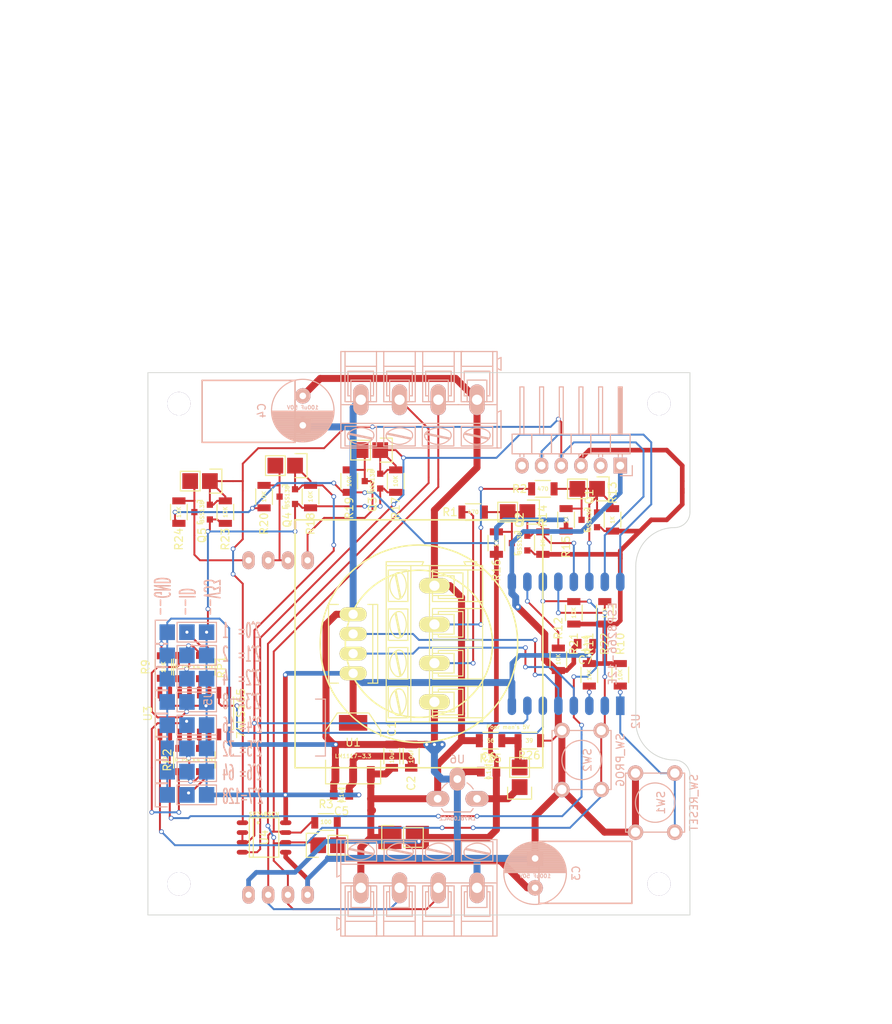
<source format=kicad_pcb>
(kicad_pcb (version 4) (host pcbnew 4.0.4-stable)
  (title_block (title GOLMain) (date 2017-03-17) (rev A) (company "Matthew Swarts"))
  (layers (0 F.Cu signal) (31 B.Cu signal) (34 B.Paste user) (35 F.Paste user) (36 B.SilkS user) (37 F.SilkS user) (38 B.Mask user) (39 F.Mask user) (44 Edge.Cuts user))
  (net 0 "")
  (net 1 V12)
  (net 2 GND)
  (net 3 V33)
  (net 4 LED_DATA)
  (net 5 LED_CLOCK)
  (net 6 "Net-(R9-Pad1)")
  (net 7 ID_DATA)
  (net 8 "Net-(R11-Pad1)")
  (net 9 ID_0)
  (net 10 ID_1)
  (net 11 ID_2)
  (net 12 ID_3)
  (net 13 ID_4)
  (net 14 ID_5)
  (net 15 ID_6)
  (net 16 ID_7)
  (net 17 TX50)
  (net 18 RX50)
  (net 19 A)
  (net 20 B)
  (net 21 TX33)
  (net 22 RX33)
  (net 23 V50)
  (net 24 EN_MAX)
  (net 25 RESET)
  (net 26 GPIO2)
  (net 27 GPIO0)
  (net 28 EN_MAX50)
  (net 29 V50D)
  (net 30 GPIO15)
  (net 31 CTS)
  (net 32 RTS)
  (net 33 "Net-(RP1-Pad7)")
  (net 34 "Net-(RP1-Pad8)")
  (net 35 "Net-(RP1-Pad5)")
  (net 36 "Net-(RP1-Pad6)")
  (net 37 "Net-(RP2-Pad7)")
  (net 38 "Net-(RP2-Pad8)")
  (net 39 "Net-(RP2-Pad5)")
  (net 40 "Net-(RP2-Pad6)")
  (net 41 "Net-(U2-Pad2)")
  (net 42 READER2)
  (net 43 READER1)
  (net 44 "Net-(U3-Pad7)")
  (net 45 "Net-(U3-Pad9)")
  (net 46 "Net-(P12-Pad2)")
  (net 47 "Net-(P12-Pad3)")
  (net 48 "Net-(P15-Pad2)")
  (module Connect:AK300-4 (layer F.Cu) (at 129 134.5 90)
    (fp_text reference P12 hide)
    (fp_text value CONN_LED)
    (pad 1 thru_hole oval (at 0 0 90) (size 1.9812 3.9624) (drill 1.3208) (layers *.Cu F.Paste F.SilkS F.Mask) (net 2 GND))
    (pad 2 thru_hole oval (at 5 0 90) (size 1.9812 3.9624) (drill 1.3208) (layers *.Cu F.Paste F.SilkS F.Mask) (net 46 "Net-(P12-Pad2)"))
    (pad 4 thru_hole oval (at 15 0 90) (size 1.9812 3.9624) (drill 1.3208) (layers *.Cu F.Paste F.SilkS F.Mask) (net 1 V12))
    (pad 3 thru_hole oval (at 10 0 90) (size 1.9812 3.9624) (drill 1.3208) (layers *.Cu *.Mask F.SilkS) (net 47 "Net-(P12-Pad3)"))
  )
  (module Mounting_Holes:MountingHole_3mm (layer F.Cu) (at 158 158)
    (fp_text reference REF** hide)
    (fp_text value MountingHole_3mm)
    (pad 1 thru_hole circle (at 0 0) (size 3 3) (drill 3) (layers))
  )
  (module Mounting_Holes:MountingHole_3mm (layer F.Cu) (at 96 158)
    (fp_text reference REF** hide)
    (fp_text value MountingHole_3mm)
    (pad 1 thru_hole circle (at 0 0) (size 3 3) (drill 3) (layers))
  )
  (module Mounting_Holes:MountingHole_3mm (layer F.Cu) (at 96 96)
    (fp_text reference REF** hide)
    (fp_text value MountingHole_3mm)
    (pad 1 thru_hole circle (at 0 0) (size 3 3) (drill 3) (layers))
  )
  (module Capacitors_SMD:C_1206 (layer F.Cu) (at 123.5 141.5 90)
    (fp_text reference C1 (at 3.5 0 90) (layer F.SilkS))
    (fp_text value 10uF (at 0 0 90) (layer F.SilkS) (effects (font (size 0.5 0.5) (thickness 0.1))))
    (pad 1 smd rect (at -1.5 0 90) (size 1 1.6) (layers F.Cu F.Paste F.Mask) (net 1 V12))
    (pad 2 smd rect (at 1.5 0 90) (size 1 1.6) (layers F.Cu F.Paste F.Mask) (net 2 GND))
  )
  (module Capacitors_SMD:C_1206 (layer F.Cu) (at 126 141.5 90)
    (fp_text reference C2 (at -3.5 0 90) (layer F.SilkS))
    (fp_text value 10uF (at 0 0 90) (layer F.SilkS) (effects (font (size 0.5 0.5) (thickness 0.1))))
    (pad 1 smd rect (at -1.5 0 90) (size 1 1.6) (layers F.Cu F.Paste F.Mask) (net 3 V33))
    (pad 2 smd rect (at 1.5 0 90) (size 1 1.6) (layers F.Cu F.Paste F.Mask) (net 2 GND))
  )
  (module Resistors_SMD:R_1206 (layer F.Cu) (at 94 130 90)
    (fp_text reference R9 (at 0 -2.3 90) (layer F.SilkS))
    (fp_text value 10K (at 0 0 90) (layer F.SilkS) (effects (font (size 0.5 0.5) (thickness 0.1))))
    (pad 1 smd rect (at -1.45 0 90) (size 0.9 1.7) (layers F.Cu F.Paste F.Mask) (net 6 "Net-(R9-Pad1)"))
    (pad 2 smd rect (at 1.45 0 90) (size 0.9 1.7) (layers F.Cu F.Paste F.Mask) (net 2 GND))
  )
  (module TO_SOT_Packages_SMD:SOT-223 (layer F.Cu) (at 118.5 140.5)
    (fp_text reference U1 (at 0 -0.762) (layer F.SilkS))
    (fp_text value LM1117-3.3 (at 0 1) (layer F.SilkS) (effects (font (size 0.5 0.5) (thickness 0.1))))
    (pad 4 smd rect (at 0 -3.302) (size 3.6576 2.032) (layers F.Cu F.Paste F.Mask) (net 3 V33))
    (pad 2 smd rect (at 0 3.302) (size 1.016 2.032) (layers F.Cu F.Paste F.Mask) (net 3 V33))
    (pad 3 smd rect (at 2.286 3.302) (size 1.016 2.032) (layers F.Cu F.Paste F.Mask) (net 1 V12))
    (pad 1 smd rect (at -2.286 3.302) (size 1.016 2.032) (layers F.Cu F.Paste F.Mask) (net 2 GND))
  )
  (module ESP8266:ESP-12E (layer B.Cu) (at 153 135 90)
    (fp_text reference U2 (at -2 2 90) (layer B.SilkS) (effects (justify mirror)))
    (fp_text value ESP8266-12E (at 8 -1 90) (layer B.SilkS) (effects (justify mirror)))
    (pad 1 smd rect (at 0 0 90) (size 2.4 1.1) (layers B.Cu B.Paste B.Mask) (net 25 RESET))
    (pad 2 smd oval (at 0 -2 90) (size 2.4 1.1) (layers B.Cu B.Paste B.Mask) (net 41 "Net-(U2-Pad2)"))
    (pad 3 smd oval (at 0 -4 90) (size 2.4 1.1) (layers B.Cu B.Paste B.Mask) (net 8 "Net-(R11-Pad1)"))
    (pad 4 smd oval (at 0 -6 90) (size 2.4 1.1) (layers B.Cu B.Paste B.Mask) (net 42 READER2))
    (pad 5 smd oval (at 0 -8 90) (size 2.4 1.1) (layers B.Cu B.Paste B.Mask) (net 43 READER1))
    (pad 6 smd oval (at 0 -10 90) (size 2.4 1.1) (layers B.Cu B.Paste B.Mask) (net 7 ID_DATA))
    (pad 7 smd oval (at 0 -12 90) (size 2.4 1.1) (layers B.Cu B.Paste B.Mask) (net 24 EN_MAX))
    (pad 8 smd oval (at 0 -14 90) (size 2.4 1.1) (layers B.Cu B.Paste B.Mask) (net 3 V33))
    (pad 15 smd oval (at 16 -14 90) (size 2.4 1.1) (layers B.Cu B.Paste B.Mask) (net 2 GND))
    (pad 16 smd oval (at 16 -12 90) (size 2.4 1.1) (layers B.Cu B.Paste B.Mask) (net 30 GPIO15))
    (pad 17 smd oval (at 16 -10 90) (size 2.4 1.1) (layers B.Cu B.Paste B.Mask) (net 26 GPIO2))
    (pad 18 smd oval (at 16 -8 90) (size 2.4 1.1) (layers B.Cu B.Paste B.Mask) (net 27 GPIO0))
    (pad 19 smd oval (at 16 -6 90) (size 2.4 1.1) (layers B.Cu B.Paste B.Mask) (net 4 LED_DATA))
    (pad 20 smd oval (at 16 -4 90) (size 2.4 1.1) (layers B.Cu B.Paste B.Mask) (net 5 LED_CLOCK))
    (pad 21 smd oval (at 16 -2 90) (size 2.4 1.1) (layers B.Cu B.Paste B.Mask) (net 22 RX33))
    (pad 22 smd oval (at 16 0 90) (size 2.4 1.1) (layers B.Cu B.Paste B.Mask) (net 21 TX33))
  )
  (module Housings_SOIC:SOIC-16_3.9x9.9mm_Pitch1.27mm (layer F.Cu) (at 98 136 90)
    (fp_text reference U3 (at 0 -6 90) (layer F.SilkS))
    (fp_text value 74LS165 (at 0 6 90) (layer F.SilkS))
    (pad 1 smd rect (at -2.7 -4.445 90) (size 1.5 0.6) (layers F.Cu F.Paste F.Mask) (net 27 GPIO0))
    (pad 2 smd rect (at -2.7 -3.175 90) (size 1.5 0.6) (layers F.Cu F.Paste F.Mask) (net 26 GPIO2))
    (pad 3 smd rect (at -2.7 -1.905 90) (size 1.5 0.6) (layers F.Cu F.Paste F.Mask) (net 38 "Net-(RP2-Pad8)"))
    (pad 4 smd rect (at -2.7 -0.635 90) (size 1.5 0.6) (layers F.Cu F.Paste F.Mask) (net 37 "Net-(RP2-Pad7)"))
    (pad 5 smd rect (at -2.7 0.635 90) (size 1.5 0.6) (layers F.Cu F.Paste F.Mask) (net 40 "Net-(RP2-Pad6)"))
    (pad 6 smd rect (at -2.7 1.905 90) (size 1.5 0.6) (layers F.Cu F.Paste F.Mask) (net 39 "Net-(RP2-Pad5)"))
    (pad 7 smd rect (at -2.7 3.175 90) (size 1.5 0.6) (layers F.Cu F.Paste F.Mask) (net 44 "Net-(U3-Pad7)"))
    (pad 8 smd rect (at -2.7 4.445 90) (size 1.5 0.6) (layers F.Cu F.Paste F.Mask) (net 2 GND))
    (pad 9 smd rect (at 2.7 4.445 90) (size 1.5 0.6) (layers F.Cu F.Paste F.Mask) (net 45 "Net-(U3-Pad9)"))
    (pad 10 smd rect (at 2.7 3.175 90) (size 1.5 0.6) (layers F.Cu F.Paste F.Mask) (net 7 ID_DATA))
    (pad 11 smd rect (at 2.7 1.905 90) (size 1.5 0.6) (layers F.Cu F.Paste F.Mask) (net 34 "Net-(RP1-Pad8)"))
    (pad 12 smd rect (at 2.7 0.635 90) (size 1.5 0.6) (layers F.Cu F.Paste F.Mask) (net 33 "Net-(RP1-Pad7)"))
    (pad 13 smd rect (at 2.7 -0.635 90) (size 1.5 0.6) (layers F.Cu F.Paste F.Mask) (net 36 "Net-(RP1-Pad6)"))
    (pad 14 smd rect (at 2.7 -1.905 90) (size 1.5 0.6) (layers F.Cu F.Paste F.Mask) (net 35 "Net-(RP1-Pad5)"))
    (pad 15 smd rect (at 2.7 -3.175 90) (size 1.5 0.6) (layers F.Cu F.Paste F.Mask) (net 6 "Net-(R9-Pad1)"))
    (pad 16 smd rect (at 2.7 -4.445 90) (size 1.5 0.6) (layers F.Cu F.Paste F.Mask) (net 3 V33))
  )
  (module Capacitors_ThroughHole:C_Radial_D8_L13_P3.8 (layer B.Cu) (at 142 158.5 90)
    (fp_text reference C3 (at 1.9 5.3 90) (layer B.SilkS) (effects (justify mirror)))
    (fp_text value "100uF 50V" (at 1.524 0 360) (layer B.SilkS) (effects (font (size 0.5 0.5) (thickness 0.1)) (justify mirror)))
    (pad 1 thru_hole circle (at 0 0 90) (size 2 2) (drill 0.85) (layers *.Cu *.Mask B.SilkS) (net 1 V12))
    (pad 2 thru_hole rect (at 3.8 0 90) (size 2 2) (drill 0.85) (layers *.Cu *.Mask B.SilkS) (net 2 GND))
  )
  (module TO_SOT_Packages_SMD:SOT-23 (layer F.Cu) (at 149 111 90)
    (fp_text reference Q1 (at 3 0 90) (layer F.SilkS))
    (fp_text value BSS138 (at 0 0 90) (layer F.SilkS) (effects (font (size 0.5 0.5) (thickness 0.1))))
    (pad 1 smd rect (at -0.95 1.00076 90) (size 0.8001 0.8001) (layers F.Cu F.Paste F.Mask) (net 3 V33))
    (pad 2 smd rect (at 0.95 1.00076 90) (size 0.8001 0.8001) (layers F.Cu F.Paste F.Mask) (net 5 LED_CLOCK))
    (pad 3 smd rect (at 0 -0.99822 90) (size 0.8001 0.8001) (layers F.Cu F.Paste F.Mask) (net 5 LED_CLOCK))
  )
  (module TO_SOT_Packages_SMD:SOT-23 (layer F.Cu) (at 140 114 90)
    (fp_text reference Q2 (at 3 0 90) (layer F.SilkS))
    (fp_text value BSS138 (at 0 0 90) (layer F.SilkS) (effects (font (size 0.5 0.5) (thickness 0.1))))
    (pad 1 smd rect (at -0.95 1.00076 90) (size 0.8001 0.8001) (layers F.Cu F.Paste F.Mask) (net 3 V33))
    (pad 2 smd rect (at 0.95 1.00076 90) (size 0.8001 0.8001) (layers F.Cu F.Paste F.Mask) (net 4 LED_DATA))
    (pad 3 smd rect (at 0 -0.99822 90) (size 0.8001 0.8001) (layers F.Cu F.Paste F.Mask) (net 4 LED_DATA))
  )
  (module Resistors_SMD:R_1206 (layer F.Cu) (at 153 131 90)
    (fp_text reference R10 (at 4 0 90) (layer F.SilkS))
    (fp_text value 10K (at 0 0 90) (layer F.SilkS) (effects (font (size 0.5 0.5) (thickness 0.1))))
    (pad 1 smd rect (at -1.45 0 90) (size 0.9 1.7) (layers F.Cu F.Paste F.Mask) (net 25 RESET))
    (pad 2 smd rect (at 1.45 0 90) (size 0.9 1.7) (layers F.Cu F.Paste F.Mask) (net 3 V33))
  )
  (module Resistors_SMD:R_1206 (layer F.Cu) (at 149 131 90)
    (fp_text reference R11 (at 4 0 90) (layer F.SilkS))
    (fp_text value 10K (at 0 0 90) (layer F.SilkS) (effects (font (size 0.5 0.5) (thickness 0.1))))
    (pad 1 smd rect (at -1.45 0 90) (size 0.9 1.7) (layers F.Cu F.Paste F.Mask) (net 8 "Net-(R11-Pad1)"))
    (pad 2 smd rect (at 1.45 0 90) (size 0.9 1.7) (layers F.Cu F.Paste F.Mask) (net 3 V33))
  )
  (module Resistors_SMD:R_1206 (layer F.Cu) (at 145 129 90)
    (fp_text reference R12 (at 4 0 90) (layer F.SilkS))
    (fp_text value 10K (at 0 0 90) (layer F.SilkS) (effects (font (size 0.5 0.5) (thickness 0.1))))
    (pad 1 smd rect (at -1.45 0 90) (size 0.9 1.7) (layers F.Cu F.Paste F.Mask) (net 2 GND))
    (pad 2 smd rect (at 1.45 0 90) (size 0.9 1.7) (layers F.Cu F.Paste F.Mask) (net 30 GPIO15))
  )
  (module Resistors_SMD:R_1206 (layer F.Cu) (at 152 111 270)
    (fp_text reference R13 (at -3.5 0 270) (layer F.SilkS))
    (fp_text value 1K (at 0 0 270) (layer F.SilkS) (effects (font (size 0.5 0.5) (thickness 0.1))))
    (pad 1 smd rect (at -1.45 0 270) (size 0.9 1.7) (layers F.Cu F.Paste F.Mask) (net 5 LED_CLOCK))
    (pad 2 smd rect (at 1.45 0 270) (size 0.9 1.7) (layers F.Cu F.Paste F.Mask) (net 3 V33))
  )
  (module Resistors_SMD:R_1206 (layer F.Cu) (at 143 114 270)
    (fp_text reference R14 (at -3.5 0 270) (layer F.SilkS))
    (fp_text value 1K (at 0 0 270) (layer F.SilkS) (effects (font (size 0.5 0.5) (thickness 0.1))))
    (pad 1 smd rect (at -1.45 0 270) (size 0.9 1.7) (layers F.Cu F.Paste F.Mask) (net 4 LED_DATA))
    (pad 2 smd rect (at 1.45 0 270) (size 0.9 1.7) (layers F.Cu F.Paste F.Mask) (net 3 V33))
  )
  (module Resistors_SMD:R_1206 (layer F.Cu) (at 146 111 270)
    (fp_text reference R15 (at 3.5 0 270) (layer F.SilkS))
    (fp_text value 1K (at 0 0 270) (layer F.SilkS) (effects (font (size 0.5 0.5) (thickness 0.1))))
    (pad 1 smd rect (at -1.45 0 270) (size 0.9 1.7) (layers F.Cu F.Paste F.Mask) (net 5 LED_CLOCK))
    (pad 2 smd rect (at 1.45 0 270) (size 0.9 1.7) (layers F.Cu F.Paste F.Mask) (net 23 V50))
  )
  (module Resistors_SMD:R_1206 (layer F.Cu) (at 137 114 270)
    (fp_text reference R16 (at 3.5 0 270) (layer F.SilkS))
    (fp_text value 1K (at 0 0 270) (layer F.SilkS) (effects (font (size 0.5 0.5) (thickness 0.1))))
    (pad 1 smd rect (at -1.45 0 270) (size 0.9 1.7) (layers F.Cu F.Paste F.Mask) (net 4 LED_DATA))
    (pad 2 smd rect (at 1.45 0 270) (size 0.9 1.7) (layers F.Cu F.Paste F.Mask) (net 23 V50))
  )
  (module Buttons_Switches_ThroughHole:SW_PUSH_SMALL (layer B.Cu) (at 157.5 147.5 90)
    (fp_text reference SW1 (at 0 0.762 90) (layer B.SilkS) (effects (justify mirror)))
    (fp_text value SW_RESET (at 0 5 90) (layer B.SilkS) (effects (justify mirror)))
    (pad 1 thru_hole circle (at 3.81 2.54 90) (size 2 2) (drill 1.2) (layers *.Cu *.Mask B.SilkS) (net 25 RESET))
    (pad 2 thru_hole circle (at 3.81 -2.54 90) (size 2 2) (drill 1.2) (layers *.Cu *.Mask B.SilkS) (net 2 GND))
    (pad 1 thru_hole circle (at -3.81 2.54 90) (size 2 2) (drill 1.2) (layers *.Cu *.Mask B.SilkS) (net 25 RESET))
    (pad 2 thru_hole circle (at -3.81 -2.54 90) (size 2 2) (drill 1.2) (layers *.Cu *.Mask B.SilkS) (net 2 GND))
  )
  (module Buttons_Switches_ThroughHole:SW_PUSH_SMALL (layer B.Cu) (at 148 142 90)
    (fp_text reference SW2 (at 0 0.762 90) (layer B.SilkS) (effects (justify mirror)))
    (fp_text value SW_PROG (at 0 5 90) (layer B.SilkS) (effects (justify mirror)))
    (pad 1 thru_hole circle (at 3.81 2.54 90) (size 2 2) (drill 1.2) (layers *.Cu *.Mask B.SilkS) (net 27 GPIO0))
    (pad 2 thru_hole circle (at 3.81 -2.54 90) (size 2 2) (drill 1.2) (layers *.Cu *.Mask B.SilkS) (net 2 GND))
    (pad 1 thru_hole circle (at -3.81 2.54 90) (size 2 2) (drill 1.2) (layers *.Cu *.Mask B.SilkS) (net 27 GPIO0))
    (pad 2 thru_hole circle (at -3.81 -2.54 90) (size 2 2) (drill 1.2) (layers *.Cu *.Mask B.SilkS) (net 2 GND))
  )
  (module Power_Integrations:SO-8 (layer F.Cu) (at 107 152 270)
    (fp_text reference U4 (at 0 0 270) (layer F.SilkS))
    (fp_text value SP3485CN (at -3 0 360) (layer F.SilkS) (effects (font (size 0.5 0.5) (thickness 0.1))))
    (pad 1 smd oval (at -1.905 2.794 270) (size 0.6096 1.4732) (layers F.Cu F.Paste F.Mask) (net 22 RX33))
    (pad 2 smd oval (at -0.635 2.794 270) (size 0.6096 1.4732) (layers F.Cu F.Paste F.Mask) (net 24 EN_MAX))
    (pad 3 smd oval (at 0.635 2.794 270) (size 0.6096 1.4732) (layers F.Cu F.Paste F.Mask) (net 24 EN_MAX))
    (pad 4 smd oval (at 1.905 2.794 270) (size 0.6096 1.4732) (layers F.Cu F.Paste F.Mask) (net 21 TX33))
    (pad 5 smd oval (at 1.905 -2.794 270) (size 0.6096 1.4732) (layers F.Cu F.Paste F.Mask) (net 2 GND))
    (pad 6 smd oval (at 0.635 -2.794 270) (size 0.6096 1.4732) (layers F.Cu F.Paste F.Mask) (net 19 A))
    (pad 7 smd oval (at -0.635 -2.794 270) (size 0.6096 1.4732) (layers F.Cu F.Paste F.Mask) (net 20 B))
    (pad 8 smd oval (at -1.905 -2.794 270) (size 0.6096 1.4732) (layers F.Cu F.Paste F.Mask) (net 3 V33))
  )
  (module Capacitors_ThroughHole:C_Radial_D8_L13_P3.8 (layer B.Cu) (at 112 95 270)
    (fp_text reference C4 (at 1.9 5.3 270) (layer B.SilkS) (effects (justify mirror)))
    (fp_text value "100uF 50V" (at 1.5 0 540) (layer B.SilkS) (effects (font (size 0.5 0.5) (thickness 0.1)) (justify mirror)))
    (pad 1 thru_hole circle (at 0 0 270) (size 2 2) (drill 0.85) (layers *.Cu *.Mask B.SilkS) (net 1 V12))
    (pad 2 thru_hole rect (at 3.8 0 270) (size 2 2) (drill 0.85) (layers *.Cu *.Mask B.SilkS) (net 2 GND))
  )
  (module Connect:AK300-4 (layer B.Cu) (at 134.5 158.5 180)
    (fp_text reference P5 hide)
    (fp_text value CONN_MAIN1)
    (pad 1 thru_hole oval (at 0 0 180) (size 1.9812 3.9624) (drill 1.3208) (layers *.Cu B.Paste B.SilkS B.Mask) (net 2 GND))
    (pad 2 thru_hole oval (at 5 0 180) (size 1.9812 3.9624) (drill 1.3208) (layers *.Cu B.Paste B.SilkS B.Mask) (net 19 A))
    (pad 4 thru_hole oval (at 15 0 180) (size 1.9812 3.9624) (drill 1.3208) (layers *.Cu B.Paste B.SilkS B.Mask) (net 1 V12))
    (pad 3 thru_hole oval (at 10 0 180) (size 1.9812 3.9624) (drill 1.3208) (layers *.Cu *.Mask B.SilkS) (net 20 B))
  )
  (module Connect:AK300-4 (layer B.Cu) (at 119.5 95.5)
    (fp_text reference P6 hide)
    (fp_text value CONN_MAIN2)
    (pad 1 thru_hole oval (at 0 0) (size 1.9812 3.9624) (drill 1.3208) (layers *.Cu B.Paste B.SilkS B.Mask) (net 2 GND))
    (pad 2 thru_hole oval (at 5 0) (size 1.9812 3.9624) (drill 1.3208) (layers *.Cu B.Paste B.SilkS B.Mask) (net 19 A))
    (pad 4 thru_hole oval (at 15 0) (size 1.9812 3.9624) (drill 1.3208) (layers *.Cu B.Paste B.SilkS B.Mask) (net 1 V12))
    (pad 3 thru_hole oval (at 10 0) (size 1.9812 3.9624) (drill 1.3208) (layers *.Cu *.Mask B.SilkS) (net 20 B))
  )
  (module TO_SOT_Packages_SMD:SOT-23 (layer F.Cu) (at 121 106 90)
    (fp_text reference Q3 (at -3 0 90) (layer F.SilkS))
    (fp_text value BSS138 (at 0 0 90) (layer F.SilkS) (effects (font (size 0.5 0.5) (thickness 0.1))))
    (pad 1 smd rect (at -0.95 1.00076 90) (size 0.8001 0.8001) (layers F.Cu F.Paste F.Mask) (net 3 V33))
    (pad 2 smd rect (at 0.95 1.00076 90) (size 0.8001 0.8001) (layers F.Cu F.Paste F.Mask) (net 21 TX33))
    (pad 3 smd rect (at 0 -0.99822 90) (size 0.8001 0.8001) (layers F.Cu F.Paste F.Mask) (net 17 TX50))
  )
  (module TO_SOT_Packages_SMD:SOT-23 (layer F.Cu) (at 110 108 90)
    (fp_text reference Q4 (at -3 0 90) (layer F.SilkS))
    (fp_text value BSS138 (at 0 0 90) (layer F.SilkS) (effects (font (size 0.5 0.5) (thickness 0.1))))
    (pad 1 smd rect (at -0.95 1.00076 90) (size 0.8001 0.8001) (layers F.Cu F.Paste F.Mask) (net 3 V33))
    (pad 2 smd rect (at 0.95 1.00076 90) (size 0.8001 0.8001) (layers F.Cu F.Paste F.Mask) (net 24 EN_MAX))
    (pad 3 smd rect (at 0 -0.99822 90) (size 0.8001 0.8001) (layers F.Cu F.Paste F.Mask) (net 28 EN_MAX50))
  )
  (module Resistors_SMD:R_1206 (layer F.Cu) (at 124 106 270)
    (fp_text reference R17 (at 3.5 0 270) (layer F.SilkS))
    (fp_text value 10K (at 0 0 270) (layer F.SilkS) (effects (font (size 0.5 0.5) (thickness 0.1))))
    (pad 1 smd rect (at -1.45 0 270) (size 0.9 1.7) (layers F.Cu F.Paste F.Mask) (net 21 TX33))
    (pad 2 smd rect (at 1.45 0 270) (size 0.9 1.7) (layers F.Cu F.Paste F.Mask) (net 3 V33))
  )
  (module Resistors_SMD:R_1206 (layer F.Cu) (at 113 108 270)
    (fp_text reference R18 (at 3.5 0 270) (layer F.SilkS))
    (fp_text value 10K (at 0 0 270) (layer F.SilkS) (effects (font (size 0.5 0.5) (thickness 0.1))))
    (pad 1 smd rect (at -1.45 0 270) (size 0.9 1.7) (layers F.Cu F.Paste F.Mask) (net 24 EN_MAX))
    (pad 2 smd rect (at 1.45 0 270) (size 0.9 1.7) (layers F.Cu F.Paste F.Mask) (net 3 V33))
  )
  (module Resistors_SMD:R_1206 (layer F.Cu) (at 118 106 270)
    (fp_text reference R19 (at 3.5 0 270) (layer F.SilkS))
    (fp_text value 10K (at 0 0 270) (layer F.SilkS) (effects (font (size 0.5 0.5) (thickness 0.1))))
    (pad 1 smd rect (at -1.45 0 270) (size 0.9 1.7) (layers F.Cu F.Paste F.Mask) (net 17 TX50))
    (pad 2 smd rect (at 1.45 0 270) (size 0.9 1.7) (layers F.Cu F.Paste F.Mask) (net 23 V50))
  )
  (module Resistors_SMD:R_1206 (layer F.Cu) (at 107 108 270)
    (fp_text reference R20 (at 3.5 0 270) (layer F.SilkS))
    (fp_text value 10K (at 0 0 270) (layer F.SilkS) (effects (font (size 0.5 0.5) (thickness 0.1))))
    (pad 1 smd rect (at -1.45 0 270) (size 0.9 1.7) (layers F.Cu F.Paste F.Mask) (net 28 EN_MAX50))
    (pad 2 smd rect (at 1.45 0 270) (size 0.9 1.7) (layers F.Cu F.Paste F.Mask) (net 23 V50))
  )
  (module Pin_Headers:Pin_Header_Straight_1x03 (layer B.Cu) (at 94.5 125.5 270)
    (fp_text reference P1 hide)
    (fp_text value CONN_ID_0)
    (pad 1 smd rect (at 0 0 270) (size 2.032 2) (layers B.Cu B.Paste B.Mask) (net 2 GND))
    (pad 2 smd rect (at 0 -2.54 270) (size 2.032 2) (layers B.Cu B.Paste B.Mask) (net 9 ID_0))
    (pad 3 smd rect (at 0 -5.08 270) (size 2.032 2) (layers B.Cu B.Paste B.Mask) (net 3 V33))
  )
  (module Pin_Headers:Pin_Header_Straight_1x03 (layer B.Cu) (at 94.5 128.5 270)
    (fp_text reference P2 hide)
    (fp_text value CONN_ID_1)
    (pad 1 smd rect (at 0 0 270) (size 2.032 2) (layers B.Cu B.Paste B.Mask) (net 2 GND))
    (pad 2 smd rect (at 0 -2.54 270) (size 2.032 2) (layers B.Cu B.Paste B.Mask) (net 10 ID_1))
    (pad 3 smd rect (at 0 -5.08 270) (size 2.032 2) (layers B.Cu B.Paste B.Mask) (net 3 V33))
  )
  (module Pin_Headers:Pin_Header_Straight_1x03 (layer B.Cu) (at 94.5 131.5 270)
    (fp_text reference P4 hide)
    (fp_text value CONN_ID_2)
    (pad 1 smd rect (at 0 0 270) (size 2.032 2) (layers B.Cu B.Paste B.Mask) (net 2 GND))
    (pad 2 smd rect (at 0 -2.54 270) (size 2.032 2) (layers B.Cu B.Paste B.Mask) (net 11 ID_2))
    (pad 3 smd rect (at 0 -5.08 270) (size 2.032 2) (layers B.Cu B.Paste B.Mask) (net 3 V33))
  )
  (module Pin_Headers:Pin_Header_Straight_1x03 (layer B.Cu) (at 94.5 134.5 270)
    (fp_text reference P7 hide)
    (fp_text value CONN_ID_3)
    (pad 1 smd rect (at 0 0 270) (size 2.032 2) (layers B.Cu B.Paste B.Mask) (net 2 GND))
    (pad 2 smd rect (at 0 -2.54 270) (size 2.032 2) (layers B.Cu B.Paste B.Mask) (net 12 ID_3))
    (pad 3 smd rect (at 0 -5.08 270) (size 2.032 2) (layers B.Cu B.Paste B.Mask) (net 3 V33))
  )
  (module Pin_Headers:Pin_Header_Straight_1x03 (layer B.Cu) (at 94.5 137.5 270)
    (fp_text reference P8 hide)
    (fp_text value CONN_ID_4)
    (pad 1 connect rect (at 0 0 270) (size 2.032 2) (layers B.Cu B.Mask) (net 2 GND))
    (pad 2 smd rect (at 0 -2.54 270) (size 2.032 2) (layers B.Cu B.Paste B.Mask) (net 13 ID_4))
    (pad 3 smd rect (at 0 -5.08 270) (size 2.032 2) (layers B.Cu B.Paste B.Mask) (net 3 V33))
  )
  (module Pin_Headers:Pin_Header_Straight_1x03 (layer B.Cu) (at 94.5 140.5 270)
    (fp_text reference P9 hide)
    (fp_text value CONN_ID_5)
    (pad 1 smd rect (at 0 0 270) (size 2.032 1.7272) (layers B.Cu B.Paste B.Mask) (net 2 GND))
    (pad 2 smd rect (at 0 -2.54 270) (size 2.032 2) (layers B.Cu B.Paste B.Mask) (net 14 ID_5))
    (pad 3 smd rect (at 0 -5.08 270) (size 2.032 2) (layers B.Cu B.Paste B.Mask) (net 3 V33))
  )
  (module Pin_Headers:Pin_Header_Straight_1x03 (layer B.Cu) (at 94.5 143.5 270)
    (fp_text reference P10 hide)
    (fp_text value CONN_ID_6)
    (pad 1 smd rect (at 0 0 270) (size 2.032 2) (layers B.Cu B.Paste B.Mask) (net 2 GND))
    (pad 2 smd rect (at 0 -2.54 270) (size 2.032 2) (layers B.Cu B.Paste B.Mask) (net 15 ID_6))
    (pad 3 smd rect (at 0 -5.08 270) (size 2.032 2) (layers B.Cu B.Paste B.Mask) (net 3 V33))
  )
  (module Pin_Headers:Pin_Header_Straight_1x03 (layer B.Cu) (at 94.5 146.5 270)
    (fp_text reference P11 hide)
    (fp_text value CONN_ID_7)
    (pad 1 smd rect (at 0 0 270) (size 2.032 2) (layers B.Cu B.Paste B.Mask) (net 2 GND))
    (pad 2 smd rect (at 0 -2.54 270) (size 2.032 2) (layers B.Cu B.Paste B.Mask) (net 16 ID_7))
    (pad 3 smd rect (at 0 -5.08 270) (size 2.032 2) (layers B.Cu B.Paste B.Mask) (net 3 V33))
  )
  (module TO_SOT_Packages_SMD:SOT-23 (layer F.Cu) (at 99 110 90)
    (fp_text reference Q5 (at -3 0 90) (layer F.SilkS))
    (fp_text value BSS138 (at 0 0 90) (layer F.SilkS) (effects (font (size 0.5 0.5) (thickness 0.1))))
    (pad 1 smd rect (at -0.95 1.00076 90) (size 0.8001 0.8001) (layers F.Cu F.Paste F.Mask) (net 3 V33))
    (pad 2 smd rect (at 0.95 1.00076 90) (size 0.8001 0.8001) (layers F.Cu F.Paste F.Mask) (net 22 RX33))
    (pad 3 smd rect (at 0 -0.99822 90) (size 0.8001 0.8001) (layers F.Cu F.Paste F.Mask) (net 18 RX50))
  )
  (module Resistors_SMD:R_1206 (layer F.Cu) (at 147 123 270)
    (fp_text reference R21 (at 4 0 270) (layer F.SilkS))
    (fp_text value 10K (at 0 0 270) (layer F.SilkS) (effects (font (size 0.5 0.5) (thickness 0.1))))
    (pad 1 smd rect (at -1.45 0 270) (size 0.9 1.7) (layers F.Cu F.Paste F.Mask) (net 26 GPIO2))
    (pad 2 smd rect (at 1.45 0 270) (size 0.9 1.7) (layers F.Cu F.Paste F.Mask) (net 3 V33))
  )
  (module Resistors_SMD:R_1206 (layer F.Cu) (at 151 123 270)
    (fp_text reference R22 (at 4 0 270) (layer F.SilkS))
    (fp_text value 10K (at 0 0 270) (layer F.SilkS) (effects (font (size 0.5 0.5) (thickness 0.1))))
    (pad 1 smd rect (at -1.45 0 270) (size 0.9 1.7) (layers F.Cu F.Paste F.Mask) (net 27 GPIO0))
    (pad 2 smd rect (at 1.45 0 270) (size 0.9 1.7) (layers F.Cu F.Paste F.Mask) (net 3 V33))
  )
  (module Resistors_SMD:R_1206 (layer F.Cu) (at 102 110 270)
    (fp_text reference R23 (at 3.5 0 270) (layer F.SilkS))
    (fp_text value 10K (at 0 0 270) (layer F.SilkS) (effects (font (size 0.5 0.5) (thickness 0.1))))
    (pad 1 smd rect (at -1.45 0 270) (size 0.9 1.7) (layers F.Cu F.Paste F.Mask) (net 22 RX33))
    (pad 2 smd rect (at 1.45 0 270) (size 0.9 1.7) (layers F.Cu F.Paste F.Mask) (net 3 V33))
  )
  (module Resistors_SMD:R_1206 (layer F.Cu) (at 96 110 270)
    (fp_text reference R24 (at 3.5 0 270) (layer F.SilkS))
    (fp_text value 10K (at 0 0 270) (layer F.SilkS) (effects (font (size 0.5 0.5) (thickness 0.1))))
    (pad 1 smd rect (at -1.45 0 270) (size 0.9 1.7) (layers F.Cu F.Paste F.Mask) (net 18 RX50))
    (pad 2 smd rect (at 1.45 0 270) (size 0.9 1.7) (layers F.Cu F.Paste F.Mask) (net 23 V50))
  )
  (module Housings_DIP:DIP-8_W7.62mm_LongPads (layer B.Cu) (at 105 134 270)
    (fp_text reference U5 (at 0 5.22 270) (layer B.SilkS) (effects (justify mirror)))
    (fp_text value MAX485Module)
    (pad 1 thru_hole oval (at -17.78 0 270) (size 2.3 1.6) (drill 0.8) (layers *.Cu *.Mask B.SilkS) (net 18 RX50))
    (pad 2 thru_hole oval (at -17.78 -2.54 270) (size 2.3 1.6) (drill 0.8) (layers *.Cu *.Mask B.SilkS) (net 28 EN_MAX50))
    (pad 3 thru_hole oval (at -17.78 -5.08 270) (size 2.3 1.6) (drill 0.8) (layers *.Cu *.Mask B.SilkS) (net 28 EN_MAX50))
    (pad 4 thru_hole oval (at -17.78 -7.62 270) (size 2.3 1.6) (drill 0.8) (layers *.Cu *.Mask B.SilkS) (net 17 TX50))
    (pad 5 thru_hole oval (at 25.4 -7.62 270) (size 2.3 1.6) (drill 0.8) (layers *.Cu *.Mask B.SilkS) (net 2 GND))
    (pad 6 thru_hole oval (at 25.4 -5.08 270) (size 2.3 1.6) (drill 0.8) (layers *.Cu *.Mask B.SilkS) (net 19 A))
    (pad 7 thru_hole oval (at 25.4 -2.54 270) (size 2.3 1.6) (drill 0.8) (layers *.Cu *.Mask B.SilkS) (net 20 B))
    (pad 8 thru_hole oval (at 25.4 0 270) (size 2.3 1.6) (drill 0.8) (layers *.Cu *.Mask B.SilkS) (net 23 V50))
  )
  (module Capacitors_SMD:C_0805 (layer F.Cu) (at 117 146.5 180)
    (fp_text reference C5 (at 0 -2.1 180) (layer F.SilkS))
    (fp_text value 0.1uF (at 0 0 270) (layer F.SilkS) (effects (font (size 0.5 0.5) (thickness 0.1))))
    (pad 1 smd rect (at -1 0 180) (size 1 1.25) (layers F.Cu F.Paste F.Mask) (net 3 V33))
    (pad 2 smd rect (at 1 0 180) (size 1 1.25) (layers F.Cu F.Paste F.Mask) (net 2 GND))
  )
  (module Capacitors_SMD:C_0805 (layer F.Cu) (at 136 143.5 180)
    (fp_text reference C6 (at 0 1.905 180) (layer F.SilkS))
    (fp_text value 0.1uF (at 0 0 270) (layer F.SilkS) (effects (font (size 0.5 0.5) (thickness 0.1))))
    (pad 1 smd rect (at -1 0 180) (size 1 1.25) (layers F.Cu F.Paste F.Mask) (net 23 V50))
    (pad 2 smd rect (at 1 0 180) (size 1 1.25) (layers F.Cu F.Paste F.Mask) (net 2 GND))
  )
  (module Pin_Headers:Pin_Header_Angled_1x06 (layer B.Cu) (at 153 104 90)
    (fp_text reference P13 hide)
    (fp_text value CONN_FTDI)
    (pad 1 thru_hole rect (at 0 0 90) (size 2.032 1.7272) (drill 1.016) (layers *.Cu *.Mask B.SilkS) (net 2 GND))
    (pad 2 thru_hole oval (at 0 -2.54 90) (size 2.032 1.7272) (drill 1.016) (layers *.Cu *.Mask B.SilkS) (net 31 CTS))
    (pad 3 thru_hole oval (at 0 -5.08 90) (size 2.032 1.7272) (drill 1.016) (layers *.Cu *.Mask B.SilkS) (net 3 V33))
    (pad 4 thru_hole oval (at 0 -7.62 90) (size 2.032 1.7272) (drill 1.016) (layers *.Cu *.Mask B.SilkS) (net 22 RX33))
    (pad 5 thru_hole oval (at 0 -10.16 90) (size 2.032 1.7272) (drill 1.016) (layers *.Cu *.Mask B.SilkS) (net 21 TX33))
    (pad 6 thru_hole oval (at 0 -12.7 90) (size 2.032 1.7272) (drill 1.016) (layers *.Cu *.Mask B.SilkS) (net 32 RTS))
  )
  (module Pin_Headers:Pin_Header_Straight_1x02 (layer F.Cu) (at 140 145.5 180)
    (fp_text reference P14 hide)
    (fp_text value CONN_V50SEL)
    (pad 1 smd rect (at 0 0 180) (size 2.032 2.032) (layers F.Cu F.Paste F.Mask) (net 23 V50))
    (pad 2 smd rect (at 0 2.54 180) (size 2.032 2.032) (layers F.Cu F.Paste F.Mask) (net 29 V50D))
  )
  (module Resistors_SMD:R_1206 (layer F.Cu) (at 136.25 139.5 180)
    (fp_text reference R25 (at 0 -2.3 180) (layer F.SilkS))
    (fp_text value 56 (at 0 0 180) (layer F.SilkS) (effects (font (size 0.5 0.5) (thickness 0.1))))
    (pad 1 smd rect (at -1.45 0 180) (size 0.9 1.7) (layers F.Cu F.Paste F.Mask) (net 29 V50D))
    (pad 2 smd rect (at 1.45 0 180) (size 0.9 1.7) (layers F.Cu F.Paste F.Mask) (net 1 V12))
  )
  (module Resistors_SMD:R_1206 (layer F.Cu) (at 141.25 139.5 180)
    (fp_text reference R26 (at 0 -1.905 180) (layer F.SilkS))
    (fp_text value 39 (at 0 0 180) (layer F.SilkS) (effects (font (size 0.5 0.5) (thickness 0.1))))
    (pad 1 smd rect (at -1.45 0 180) (size 0.9 1.7) (layers F.Cu F.Paste F.Mask) (net 2 GND))
    (pad 2 smd rect (at 1.45 0 180) (size 0.9 1.7) (layers F.Cu F.Paste F.Mask) (net 29 V50D))
  )
  (module Resistors_SMD:R_Array_Convex_4x1206 (layer F.Cu) (at 98 130 270)
    (fp_text reference RP1 (at 0 -3.5 270) (layer F.SilkS))
    (fp_text value R_PACK4_10K (at 0 0 360) (layer F.SilkS) (effects (font (size 0.5 0.5) (thickness 0.1))))
    (pad 1 smd rect (at -1.5 -2 270) (size 0.9 0.9) (layers F.Cu F.Paste F.Mask) (net 9 ID_0))
    (pad 4 smd rect (at -1.5 2 270) (size 0.9 0.9) (layers F.Cu F.Paste F.Mask) (net 12 ID_3))
    (pad 2 smd rect (at -1.5 -0.66 270) (size 0.9 0.9) (layers F.Cu F.Paste F.Mask) (net 10 ID_1))
    (pad 3 smd rect (at -1.5 0.66 270) (size 0.9 0.9) (layers F.Cu F.Paste F.Mask) (net 11 ID_2))
    (pad 7 smd rect (at 1.5 -0.66 270) (size 0.9 0.9) (layers F.Cu F.Paste F.Mask) (net 33 "Net-(RP1-Pad7)"))
    (pad 8 smd rect (at 1.5 -2 270) (size 0.9 0.9) (layers F.Cu F.Paste F.Mask) (net 34 "Net-(RP1-Pad8)"))
    (pad 5 smd rect (at 1.5 2 270) (size 0.9 0.9) (layers F.Cu F.Paste F.Mask) (net 35 "Net-(RP1-Pad5)"))
    (pad 6 smd rect (at 1.5 0.66 270) (size 0.9 0.9) (layers F.Cu F.Paste F.Mask) (net 36 "Net-(RP1-Pad6)"))
  )
  (module Resistors_SMD:R_Array_Convex_4x1206 (layer F.Cu) (at 98 142 90)
    (fp_text reference RP2 (at 0 -3.5 90) (layer F.SilkS))
    (fp_text value R_PACK4_10K (at 0 0 180) (layer F.SilkS) (effects (font (size 0.5 0.5) (thickness 0.1))))
    (pad 1 smd rect (at -1.5 -2 90) (size 0.9 0.9) (layers F.Cu F.Paste F.Mask) (net 13 ID_4))
    (pad 4 smd rect (at -1.5 2 90) (size 0.9 0.9) (layers F.Cu F.Paste F.Mask) (net 16 ID_7))
    (pad 2 smd rect (at -1.5 -0.66 90) (size 0.9 0.9) (layers F.Cu F.Paste F.Mask) (net 14 ID_5))
    (pad 3 smd rect (at -1.5 0.66 90) (size 0.9 0.9) (layers F.Cu F.Paste F.Mask) (net 15 ID_6))
    (pad 7 smd rect (at 1.5 -0.66 90) (size 0.9 0.9) (layers F.Cu F.Paste F.Mask) (net 37 "Net-(RP2-Pad7)"))
    (pad 8 smd rect (at 1.5 -2 90) (size 0.9 0.9) (layers F.Cu F.Paste F.Mask) (net 38 "Net-(RP2-Pad8)"))
    (pad 5 smd rect (at 1.5 2 90) (size 0.9 0.9) (layers F.Cu F.Paste F.Mask) (net 39 "Net-(RP2-Pad5)"))
    (pad 6 smd rect (at 1.5 0.66 90) (size 0.9 0.9) (layers F.Cu F.Paste F.Mask) (net 40 "Net-(RP2-Pad6)"))
  )
  (module TO_SOT_Packages_THT:TO-92_Rugged (layer B.Cu) (at 134.5 147 180)
    (fp_text reference U6 (at 2.54 5.08 180) (layer B.SilkS) (effects (justify mirror)))
    (fp_text value LM78L05ACZ (at 2.54 -2.54 180) (layer B.SilkS) (effects (font (size 0.5 0.5) (thickness 0.1)) (justify mirror)))
    (pad 2 thru_hole oval (at 2.54 2.54 90) (size 2.99974 1.99898) (drill 1) (layers *.Cu *.Mask B.SilkS) (net 2 GND))
    (pad 1 thru_hole oval (at 0 0 90) (size 1.99898 2.99974) (drill 1) (layers *.Cu *.Mask B.SilkS) (net 23 V50))
    (pad 3 thru_hole oval (at 5.08 0 90) (size 1.99898 2.99974) (drill 1) (layers *.Cu *.Mask B.SilkS) (net 1 V12))
  )
  (module Mounting_Holes:MountingHole_3mm (layer F.Cu) (at 158 96)
    (fp_text reference REF** hide)
    (fp_text value MountingHole_3mm)
    (pad 1 thru_hole circle (at 0 0) (size 3 3) (drill 3) (layers))
  )
  (module Resistors_SMD:R_1206 (layer F.Cu) (at 134 110 180)
    (fp_text reference R1 (at 3 0 180) (layer F.SilkS))
    (fp_text value 470 (at 0 0 180) (layer F.SilkS) (effects (font (size 0.5 0.5) (thickness 0.1))))
    (pad 1 smd rect (at -1.45 0 180) (size 0.9 1.7) (layers F.Cu F.Paste F.Mask) (net 4 LED_DATA))
    (pad 2 smd rect (at 1.45 0 180) (size 0.9 1.7) (layers F.Cu F.Paste F.Mask) (net 46 "Net-(P12-Pad2)"))
  )
  (module Resistors_SMD:R_1206 (layer F.Cu) (at 143 107 180)
    (fp_text reference R2 (at 3 0 180) (layer F.SilkS))
    (fp_text value 470 (at 0 0 180) (layer F.SilkS) (effects (font (size 0.5 0.5) (thickness 0.1))))
    (pad 1 smd rect (at -1.45 0 180) (size 0.9 1.7) (layers F.Cu F.Paste F.Mask) (net 5 LED_CLOCK))
    (pad 2 smd rect (at 1.45 0 180) (size 0.9 1.7) (layers F.Cu F.Paste F.Mask) (net 47 "Net-(P12-Pad3)"))
  )
  (module Pin_Headers:Pin_Header_Straight_1x02 (layer F.Cu) (at 123.75 152 90)
    (fp_text reference P16 hide)
    (fp_text value CONN_V12V50)
    (pad 1 smd rect (at 0 -0.5 90) (size 3 3) (layers F.Cu F.Paste F.Mask) (net 1 V12))
    (pad 2 smd rect (at 0 3.04 90) (size 3 3) (layers F.Cu F.Paste F.Mask) (net 23 V50))
  )
  (module Pin_Headers:Pin_Header_Straight_1x02 (layer F.Cu) (at 150 107 270)
    (fp_text reference P17 hide)
    (fp_text value CONN_LEDCLK)
    (pad 1 smd rect (at 0 0 270) (size 2.032 2.032) (layers F.Cu F.Paste F.Mask) (net 5 LED_CLOCK))
    (pad 2 smd rect (at 0 2.54 270) (size 2.032 2.032) (layers F.Cu F.Paste F.Mask) (net 5 LED_CLOCK))
  )
  (module Pin_Headers:Pin_Header_Straight_1x02 (layer F.Cu) (at 141 110 270)
    (fp_text reference P18 hide)
    (fp_text value CONN_LEDDATA)
    (pad 1 smd rect (at 0 0 270) (size 2.032 2.032) (layers F.Cu F.Paste F.Mask) (net 4 LED_DATA))
    (pad 2 smd rect (at 0 2.54 270) (size 2.032 2.032) (layers F.Cu F.Paste F.Mask) (net 4 LED_DATA))
  )
  (module Pin_Headers:Pin_Header_Straight_1x02 (layer F.Cu) (at 122 102 270)
    (fp_text reference P19 hide)
    (fp_text value CONN_TX3350)
    (pad 1 smd rect (at 0 0 270) (size 2.032 2.032) (layers F.Cu F.Paste F.Mask) (net 21 TX33))
    (pad 2 smd rect (at 0 2.54 270) (size 2.032 2.032) (layers F.Cu F.Paste F.Mask) (net 17 TX50))
  )
  (module Pin_Headers:Pin_Header_Straight_1x02 (layer F.Cu) (at 111 104 270)
    (fp_text reference P20 hide)
    (fp_text value CONN_EN3350)
    (pad 1 smd rect (at 0 0 270) (size 2.032 2.032) (layers F.Cu F.Paste F.Mask) (net 24 EN_MAX))
    (pad 2 smd rect (at 0 2.54 270) (size 2.032 2.032) (layers F.Cu F.Paste F.Mask) (net 28 EN_MAX50))
  )
  (module Pin_Headers:Pin_Header_Straight_1x02 (layer F.Cu) (at 100 106 270)
    (fp_text reference P21 hide)
    (fp_text value CONN_RX3350)
    (pad 1 smd rect (at 0 0 270) (size 2.032 2.032) (layers F.Cu F.Paste F.Mask) (net 22 RX33))
    (pad 2 smd rect (at 0 2.54 270) (size 2.032 2.032) (layers F.Cu F.Paste F.Mask) (net 18 RX50))
  )
  (module Sockets_MOLEX_KK-System:Socket_MOLEX-KK-RM2-54mm_Lock_4pin_straight (layer F.Cu) (at 118.5 127 270)
    (fp_text reference P3 hide)
    (fp_text value CONN_READERS)
    (pad 1 thru_hole oval (at -3.81 0 270) (size 1.80086 3.50012) (drill 1.19888) (layers *.Cu *.Mask F.SilkS) (net 2 GND))
    (pad 2 thru_hole oval (at -1.27 0 270) (size 1.80086 3.50012) (drill 1.19888) (layers *.Cu *.Mask F.SilkS) (net 43 READER1))
    (pad 3 thru_hole oval (at 1.27 0 270) (size 1.80086 3.50012) (drill 1.19888) (layers *.Cu *.Mask F.SilkS) (net 42 READER2))
    (pad 4 thru_hole oval (at 3.81 0 270) (size 1.80086 3.50012) (drill 1.19888) (layers *.Cu *.Mask F.SilkS) (net 3 V33))
  )
  (module Pin_Headers:Pin_Header_Straight_1x02 (layer F.Cu) (at 114 153 90)
    (fp_text reference P15 hide)
    (fp_text value CONN_AB_RES)
    (pad 1 smd rect (at 0 0 90) (size 2.032 2.032) (layers F.Cu F.Paste F.Mask) (net 19 A))
    (pad 2 smd rect (at 0 2.54 90) (size 2.032 2.032) (layers F.Cu F.Paste F.Mask) (net 48 "Net-(P15-Pad2)"))
  )
  (module Resistors_SMD:R_1206 (layer F.Cu) (at 115 150)
    (fp_text reference R3 (at 0 -2.3) (layer F.SilkS))
    (fp_text value 100 (at 0 0) (layer F.SilkS) (effects (font (size 0.5 0.5) (thickness 0.1))))
    (pad 1 smd rect (at -1.45 0) (size 0.9 1.7) (layers F.Cu F.Paste F.Mask) (net 20 B))
    (pad 2 smd rect (at 1.45 0) (size 0.9 1.7) (layers F.Cu F.Paste F.Mask) (net 48 "Net-(P15-Pad2)"))
  )
  (module Capacitors_SMD:C_0805 (layer F.Cu) (at 148.5 127 180)
    (fp_text reference C7 (at 0 -2.1 180) (layer F.SilkS))
    (fp_text value 0.1uF (at 0 0 270) (layer F.SilkS) (effects (font (size 0.5 0.5) (thickness 0.1))))
    (pad 1 smd rect (at -1 0 180) (size 1 1.25) (layers F.Cu F.Paste F.Mask) (net 3 V33))
    (pad 2 smd rect (at 1 0 180) (size 1 1.25) (layers F.Cu F.Paste F.Mask) (net 2 GND))
  )
  (gr_line (start 99 93) (end 111 93) (angle 90) (layer B.SilkS) (width 0.2))
  (gr_line (start 99 101) (end 99 93) (angle 90) (layer B.SilkS) (width 0.2))
  (gr_line (start 111 101) (end 99 101) (angle 90) (layer B.SilkS) (width 0.2))
  (gr_line (start 111 93) (end 111 101) (angle 90) (layer B.SilkS) (width 0.2))
  (gr_text "--V33\n--ID\n--GND" (at 97 123.5 270) (layer B.SilkS) (effects (font (size 2 0.9) (thickness 0.2)) (justify left mirror)))
  (gr_line (start 142.5 152.5) (end 142.5 160.5) (angle 90) (layer B.SilkS) (width 0.2))
  (gr_line (start 154.5 152.5) (end 142.5 152.5) (angle 90) (layer B.SilkS) (width 0.2))
  (gr_line (start 154.5 160.5) (end 154.5 152.5) (angle 90) (layer B.SilkS) (width 0.2))
  (gr_line (start 142.5 160.5) (end 154.5 160.5) (angle 90) (layer B.SilkS) (width 0.2))
  (gr_circle (center 127 127) (end 139.75 127) (layer F.SilkS) (width 0.2))
  (gr_circle (center 127 127) (end 136.5 127) (layer F.SilkS) (width 0.2))
  (gr_line (start 143 143) (end 143 111) (angle 90) (layer F.SilkS) (width 0.2))
  (gr_line (start 111 143) (end 143 143) (angle 90) (layer F.SilkS) (width 0.2))
  (gr_line (start 111 111) (end 111 143) (angle 90) (layer F.SilkS) (width 0.2))
  (gr_line (start 143 111) (end 111 111) (angle 90) (layer F.SilkS) (width 0.2))
  (gr_line (start 162 110) (end 162 92) (layer Edge.Cuts) (width 0.1))
  (gr_arc (start 160 144) (end 162 144) (angle -90) (layer Edge.Cuts) (width 0.1))
  (gr_arc (start 160 137) (end 155 137) (angle -90) (layer Edge.Cuts) (width 0.1))
  (gr_arc (start 160 110) (end 160 112) (angle -90) (layer Edge.Cuts) (width 0.1))
  (gr_arc (start 160 117) (end 160 112) (angle -90) (layer Edge.Cuts) (width 0.1))
  (gr_line (start 155 137) (end 155 117) (layer Edge.Cuts) (width 0.1))
  (gr_line (start 162 162) (end 162 144) (layer Edge.Cuts) (width 0.1))
  (gr_line (start 92 162) (end 162 162) (layer Edge.Cuts) (width 0.1))
  (gr_line (start 92 92) (end 92 162) (layer Edge.Cuts) (width 0.1))
  (gr_line (start 162 92) (end 92 92) (layer Edge.Cuts) (width 0.1))
  (gr_text "Poor man's 5V" (at 138.5 137.75) (layer F.SilkS) (effects (font (size 0.5 0.5) (thickness 0.1))))
  (gr_text "2^0=  1\n2^1=  2\n2^2=  4\n2^3=  8\n2^4= 16\n2^5= 32\n2^6= 64\n2^7=128" (at 101.5 136) (layer B.SilkS) (effects (font (size 1.9 0.8) (thickness 0.2)) (justify right mirror)))
  (segment (start 134.5 95.5) (end 131.75 92.75) (width 0.9) (layer F.Cu) (net 1))
  (segment (start 114.25 92.75) (end 112 95) (width 0.9) (layer F.Cu) (net 1))
  (segment (start 131.75 92.75) (end 114.25 92.75) (width 0.9) (layer F.Cu) (net 1))
  (segment (start 129.42 147) (end 120.786 147) (width 0.9) (layer F.Cu) (net 1))
  (segment (start 120.786 147) (end 120.75 147) (width 0.9) (layer F.Cu) (net 1))
  (segment (start 120.75 147) (end 120.786 147) (width 0.9) (layer F.Cu) (net 1))
  (segment (start 123.25 152) (end 120.786 152) (width 0.9) (layer F.Cu) (net 1))
  (segment (start 132.5 139.5) (end 132.5 136) (width 0.9) (layer F.Cu) (net 1))
  (segment (start 129.42 147) (end 129.42 142.58) (width 0.9) (layer F.Cu) (net 1))
  (segment (start 132.5 139.5) (end 134.8 139.5) (width 0.9) (layer F.Cu) (net 1))
  (segment (start 129.42 142.58) (end 132.5 139.5) (width 0.9) (layer F.Cu) (net 1))
  (segment (start 129 119.5) (end 129 109.75) (width 0.9) (layer F.Cu) (net 1))
  (segment (start 134.5 104.25) (end 134.5 95.5) (width 0.9) (layer F.Cu) (net 1))
  (segment (start 129 109.75) (end 134.5 104.25) (width 0.9) (layer F.Cu) (net 1))
  (segment (start 119.5 155) (end 137.5 155) (width 0.9) (layer F.Cu) (net 1))
  (segment (start 137.5 155) (end 141 158.5) (width 0.9) (layer F.Cu) (net 1))
  (segment (start 141 158.5) (end 142 158.5) (width 0.9) (layer F.Cu) (net 1))
  (segment (start 132.5 136) (end 132.5 121) (width 0.9) (layer F.Cu) (net 1))
  (segment (start 131 119.5) (end 129 119.5) (width 0.9) (layer F.Cu) (net 1))
  (segment (start 132.5 121) (end 131 119.5) (width 0.9) (layer F.Cu) (net 1))
  (segment (start 120.786 143.802) (end 122.698 143.802) (width 0.9) (layer F.Cu) (net 1))
  (segment (start 122.698 143.802) (end 123.5 143) (width 0.9) (layer F.Cu) (net 1))
  (segment (start 120.786 145.5) (end 120.786 143.802) (width 0.9) (layer F.Cu) (net 1))
  (segment (start 119.5 158.5) (end 119.5 155) (width 0.9) (layer F.Cu) (net 1))
  (segment (start 119.5 155) (end 119.5 153.286) (width 0.9) (layer F.Cu) (net 1))
  (segment (start 119.5 153.286) (end 120.786 152) (width 0.9) (layer F.Cu) (net 1))
  (segment (start 120.786 148.5) (end 121 148.5) (width 0.9) (layer F.Cu) (net 1))
  (segment (start 121 148.5) (end 120.786 148.5) (width 0.9) (layer F.Cu) (net 1))
  (segment (start 120.786 145.302) (end 120.786 145.5) (width 0.9) (layer F.Cu) (net 1))
  (segment (start 120.786 145.5) (end 120.786 147) (width 0.9) (layer F.Cu) (net 1))
  (segment (start 120.786 147) (end 120.786 148.5) (width 0.9) (layer F.Cu) (net 1))
  (segment (start 120.786 148.5) (end 120.786 152) (width 0.9) (layer F.Cu) (net 1))
  (segment (start 94.5 125.5) (end 93.75 126.25) (width 0.25) (layer B.Cu) (net 2))
  (segment (start 93.75 126.25) (end 93.75 127) (width 0.25) (layer B.Cu) (net 2))
  (segment (start 93.75 127) (end 93.75 128.3) (width 0.25) (layer F.Cu) (net 2))
  (via (at 93.75 127) (size 0.6) (drill 0.4) (layers F.Cu B.Cu) (net 2))
  (segment (start 93.75 128.3) (end 94 128.55) (width 0.25) (layer F.Cu) (net 2))
  (segment (start 112 98.8) (end 112.2 99) (width 0.9) (layer B.Cu) (net 2))
  (segment (start 112.2 99) (end 118.5 99) (width 0.9) (layer B.Cu) (net 2))
  (segment (start 102.5 137.5) (end 102.5 139.75) (width 0.6) (layer B.Cu) (net 2))
  (segment (start 116.25 140) (end 116.214 140) (width 0.6) (layer F.Cu) (net 2))
  (via (at 116.25 140) (size 0.6) (drill 0.4) (layers F.Cu B.Cu) (net 2))
  (segment (start 102.75 140) (end 116.25 140) (width 0.6) (layer B.Cu) (net 2))
  (segment (start 102.5 139.75) (end 102.75 140) (width 0.6) (layer B.Cu) (net 2))
  (segment (start 129 141) (end 128 140) (width 0.9) (layer B.Cu) (net 2))
  (via (at 128 140) (size 0.6) (drill 0.4) (layers F.Cu B.Cu) (net 2))
  (segment (start 128 140) (end 127.75 140) (width 0.9) (layer F.Cu) (net 2))
  (segment (start 130 140) (end 129 141) (width 0.9) (layer B.Cu) (net 2))
  (segment (start 129 141) (end 129 140.75) (width 0.9) (layer B.Cu) (net 2))
  (segment (start 131.96 144.46) (end 129.96 144.46) (width 0.9) (layer B.Cu) (net 2))
  (segment (start 129 143.5) (end 129 140.75) (width 0.9) (layer B.Cu) (net 2))
  (segment (start 129.96 144.46) (end 129 143.5) (width 0.9) (layer B.Cu) (net 2))
  (segment (start 129 140.75) (end 129 140) (width 0.9) (layer B.Cu) (net 2))
  (segment (start 134.5 158.5) (end 134.5 154.7) (width 0.9) (layer B.Cu) (net 2))
  (segment (start 142 154.7) (end 115.3 154.7) (width 0.9) (layer B.Cu) (net 2))
  (segment (start 131.96 148.96) (end 131.96 154.7) (width 0.9) (layer B.Cu) (net 2))
  (segment (start 131.96 154.7) (end 131.75 154.7) (width 0.9) (layer B.Cu) (net 2))
  (segment (start 154.96 151.31) (end 154.96 143.69) (width 0.9) (layer F.Cu) (net 2))
  (segment (start 145.46 145.81) (end 150.96 151.31) (width 0.9) (layer F.Cu) (net 2))
  (segment (start 150.96 151.31) (end 154.96 151.31) (width 0.9) (layer F.Cu) (net 2))
  (segment (start 142 154.7) (end 142 149.27) (width 0.9) (layer F.Cu) (net 2))
  (segment (start 142 149.27) (end 145.46 145.81) (width 0.9) (layer F.Cu) (net 2))
  (segment (start 145.46 145.81) (end 145.46 138.19) (width 0.9) (layer F.Cu) (net 2))
  (segment (start 127.75 140) (end 128 140) (width 0.9) (layer F.Cu) (net 2))
  (segment (start 128 140) (end 129 140) (width 0.9) (layer F.Cu) (net 2))
  (segment (start 129 140) (end 129 134.5) (width 0.9) (layer F.Cu) (net 2))
  (segment (start 129 140) (end 130 140) (width 0.9) (layer F.Cu) (net 2))
  (via (at 130 140) (size 0.6) (drill 0.4) (layers F.Cu B.Cu) (net 2))
  (segment (start 130 140) (end 129 140) (width 0.9) (layer B.Cu) (net 2))
  (via (at 129 140) (size 0.6) (drill 0.4) (layers F.Cu B.Cu) (net 2))
  (segment (start 127.75 140) (end 126 140) (width 0.9) (layer F.Cu) (net 2))
  (segment (start 142.7 139.5) (end 144.15 139.5) (width 0.25) (layer F.Cu) (net 2))
  (segment (start 144.15 139.5) (end 145.46 138.19) (width 0.25) (layer F.Cu) (net 2))
  (segment (start 118.5 123.19) (end 118.5 99) (width 0.9) (layer B.Cu) (net 2))
  (segment (start 118.5 99) (end 118.5 96.5) (width 0.9) (layer B.Cu) (net 2))
  (segment (start 118.5 96.5) (end 119.5 95.5) (width 0.9) (layer B.Cu) (net 2))
  (segment (start 145 130.45) (end 146.05 130.45) (width 0.6) (layer F.Cu) (net 2))
  (segment (start 147 129.5) (end 147 127.5) (width 0.6) (layer F.Cu) (net 2))
  (segment (start 146.05 130.45) (end 147 129.5) (width 0.6) (layer F.Cu) (net 2))
  (segment (start 147 127.5) (end 147.5 127) (width 0.6) (layer F.Cu) (net 2))
  (segment (start 143.25 128) (end 143 128) (width 0.25) (layer F.Cu) (net 2))
  (segment (start 143 128) (end 143.25 128) (width 0.25) (layer F.Cu) (net 2))
  (segment (start 153 104) (end 153 107.5) (width 0.6) (layer B.Cu) (net 2))
  (segment (start 139 114) (end 139 119) (width 0.6) (layer B.Cu) (net 2))
  (segment (start 140.5 112.5) (end 139 114) (width 0.6) (layer B.Cu) (net 2))
  (segment (start 148 112.5) (end 140.5 112.5) (width 0.6) (layer B.Cu) (net 2))
  (segment (start 153 107.5) (end 148 112.5) (width 0.6) (layer B.Cu) (net 2))
  (segment (start 134.5 154.7) (end 131.75 154.7) (width 0.9) (layer B.Cu) (net 2))
  (segment (start 131.75 154.7) (end 115.3 154.7) (width 0.6) (layer B.Cu) (net 2))
  (segment (start 112.62 157.38) (end 112.62 159.4) (width 0.6) (layer B.Cu) (net 2))
  (segment (start 115.3 154.7) (end 112.62 157.38) (width 0.6) (layer B.Cu) (net 2))
  (segment (start 145 130.45) (end 144.7 130.45) (width 0.9) (layer F.Cu) (net 2))
  (segment (start 144.7 130.45) (end 143.25 129) (width 0.9) (layer F.Cu) (net 2))
  (segment (start 139 120.5) (end 139 119) (width 0.9) (layer B.Cu) (net 2))
  (segment (start 139.5 121) (end 139 120.5) (width 0.9) (layer B.Cu) (net 2))
  (segment (start 139.5 122) (end 139.5 121) (width 0.9) (layer B.Cu) (net 2))
  (segment (start 139.75 122.25) (end 139.5 122) (width 0.9) (layer B.Cu) (net 2))
  (via (at 139.75 122.25) (size 0.6) (drill 0.4) (layers F.Cu B.Cu) (net 2))
  (segment (start 143.25 125.75) (end 139.75 122.25) (width 0.9) (layer F.Cu) (net 2))
  (segment (start 143.25 129) (end 143.25 128) (width 0.9) (layer F.Cu) (net 2))
  (segment (start 143.25 128) (end 143.25 125.75) (width 0.9) (layer F.Cu) (net 2))
  (segment (start 145.46 138.19) (end 145 137.73) (width 0.9) (layer F.Cu) (net 2))
  (segment (start 145 137.73) (end 145 130.45) (width 0.9) (layer F.Cu) (net 2))
  (segment (start 109.794 153.905) (end 109.794 154.544) (width 0.6) (layer F.Cu) (net 2))
  (segment (start 109.794 154.544) (end 112.62 157.37) (width 0.6) (layer F.Cu) (net 2))
  (segment (start 112.62 157.37) (end 112.62 159.4) (width 0.6) (layer F.Cu) (net 2))
  (segment (start 142 154.7) (end 134.5 154.7) (width 0.9) (layer B.Cu) (net 2))
  (segment (start 131.96 148.96) (end 131.96 144.46) (width 0.9) (layer B.Cu) (net 2))
  (segment (start 116.214 141.286) (end 116.214 140) (width 0.9) (layer F.Cu) (net 2))
  (segment (start 116.214 141.286) (end 116.214 143.802) (width 0.9) (layer F.Cu) (net 2))
  (segment (start 116.214 140) (end 116 140) (width 0.9) (layer F.Cu) (net 2))
  (segment (start 117.5 140) (end 116 140) (width 0.9) (layer F.Cu) (net 2))
  (segment (start 116.31 123.19) (end 118.5 123.19) (width 0.9) (layer F.Cu) (net 2))
  (segment (start 115 124.5) (end 116.31 123.19) (width 0.9) (layer F.Cu) (net 2))
  (segment (start 116 140) (end 115 139) (width 0.9) (layer F.Cu) (net 2))
  (segment (start 115 139) (end 115 124.5) (width 0.9) (layer F.Cu) (net 2))
  (segment (start 123.5 140) (end 117.5 140) (width 0.9) (layer F.Cu) (net 2))
  (segment (start 116 146.5) (end 116 145) (width 0.9) (layer F.Cu) (net 2))
  (segment (start 116 145) (end 116.214 144.786) (width 0.9) (layer F.Cu) (net 2))
  (segment (start 116.214 144.786) (end 116.214 143.802) (width 0.9) (layer F.Cu) (net 2))
  (segment (start 126 140) (end 123.5 140) (width 0.9) (layer F.Cu) (net 2))
  (segment (start 135 143.5) (end 132.92 143.5) (width 0.9) (layer F.Cu) (net 2))
  (segment (start 132.92 143.5) (end 131.96 144.46) (width 0.9) (layer F.Cu) (net 2))
  (segment (start 94.5 125.5) (end 94.5 124.25) (width 0.25) (layer B.Cu) (net 2))
  (segment (start 102.445 137.555) (end 102.445 138.7) (width 0.25) (layer F.Cu) (net 2))
  (segment (start 102.5 137.5) (end 102.445 137.555) (width 0.25) (layer F.Cu) (net 2))
  (via (at 102.5 137.5) (size 0.6) (drill 0.4) (layers F.Cu B.Cu) (net 2))
  (segment (start 102.5 125) (end 102.5 137.5) (width 0.25) (layer B.Cu) (net 2))
  (segment (start 101.25 123.75) (end 102.5 125) (width 0.25) (layer B.Cu) (net 2))
  (segment (start 95 123.75) (end 101.25 123.75) (width 0.25) (layer B.Cu) (net 2))
  (segment (start 94.5 124.25) (end 95 123.75) (width 0.25) (layer B.Cu) (net 2))
  (segment (start 94.5 143.5) (end 94.5 146.5) (width 0.25) (layer B.Cu) (net 2))
  (segment (start 94.5 140.5) (end 94.5 143.5) (width 0.25) (layer B.Cu) (net 2))
  (segment (start 94.5 137.5) (end 94.5 140.5) (width 0.25) (layer B.Cu) (net 2))
  (segment (start 94.5 134.5) (end 94.5 137.5) (width 0.25) (layer B.Cu) (net 2))
  (segment (start 94.5 131.5) (end 94.5 134.5) (width 0.25) (layer B.Cu) (net 2))
  (segment (start 94.5 128.5) (end 94.5 131.5) (width 0.25) (layer B.Cu) (net 2))
  (segment (start 94.5 125.5) (end 94.5 128.5) (width 0.25) (layer B.Cu) (net 2))
  (segment (start 109.75 146.5) (end 109.75 131) (width 0.6) (layer F.Cu) (net 3))
  (segment (start 109.94 130.81) (end 118.5 130.81) (width 0.6) (layer B.Cu) (net 3))
  (segment (start 109.75 131) (end 109.94 130.81) (width 0.6) (layer B.Cu) (net 3))
  (via (at 109.75 131) (size 0.6) (drill 0.4) (layers F.Cu B.Cu) (net 3))
  (segment (start 120 109.25) (end 113.2 109.25) (width 0.25) (layer F.Cu) (net 3))
  (segment (start 113.2 109.25) (end 113 109.45) (width 0.25) (layer F.Cu) (net 3))
  (segment (start 122 109.25) (end 122 106.95076) (width 0.25) (layer F.Cu) (net 3))
  (via (at 122 109.25) (size 0.6) (drill 0.4) (layers F.Cu B.Cu) (net 3))
  (segment (start 120 109.25) (end 122 109.25) (width 0.25) (layer B.Cu) (net 3))
  (via (at 120 109.25) (size 0.6) (drill 0.4) (layers F.Cu B.Cu) (net 3))
  (segment (start 122 106.95076) (end 122.00076 106.95) (width 0.25) (layer F.Cu) (net 3))
  (segment (start 99.75 112.5) (end 111 112.5) (width 0.25) (layer B.Cu) (net 3))
  (segment (start 111.00076 112.49924) (end 111.00076 108.95) (width 0.25) (layer F.Cu) (net 3))
  (segment (start 111 112.5) (end 111.00076 112.49924) (width 0.25) (layer F.Cu) (net 3))
  (via (at 111 112.5) (size 0.6) (drill 0.4) (layers F.Cu B.Cu) (net 3))
  (via (at 99.58 125.5) (size 0.6) (drill 0.4) (layers F.Cu B.Cu) (net 3))
  (segment (start 99.58 128.5) (end 99.58 125.5) (width 0.25) (layer B.Cu) (net 3))
  (segment (start 100.00076 112.24924) (end 100.00076 110.95) (width 0.25) (layer F.Cu) (net 3))
  (segment (start 99.75 112.5) (end 100.00076 112.24924) (width 0.25) (layer F.Cu) (net 3))
  (via (at 99.75 112.5) (size 0.6) (drill 0.4) (layers F.Cu B.Cu) (net 3))
  (segment (start 99.75 122.5) (end 99.75 112.5) (width 0.25) (layer B.Cu) (net 3))
  (via (at 99.75 122.5) (size 0.6) (drill 0.4) (layers F.Cu B.Cu) (net 3))
  (segment (start 99.75 125.33) (end 99.75 122.5) (width 0.25) (layer F.Cu) (net 3))
  (segment (start 99.58 125.5) (end 99.75 125.33) (width 0.25) (layer F.Cu) (net 3))
  (segment (start 139 135) (end 139 132) (width 0.9) (layer B.Cu) (net 3))
  (segment (start 118.5 130.81) (end 119.69 132) (width 0.9) (layer B.Cu) (net 3))
  (segment (start 119.69 132) (end 139 132) (width 0.9) (layer B.Cu) (net 3))
  (segment (start 119.19 131.5) (end 118.5 130.81) (width 0.6) (layer B.Cu) (net 3))
  (segment (start 109.75 146.5) (end 119.25 146.5) (width 0.6) (layer B.Cu) (net 3))
  (segment (start 119.25 146.5) (end 118 146.5) (width 0.6) (layer F.Cu) (net 3))
  (via (at 119.25 146.5) (size 0.6) (drill 0.4) (layers F.Cu B.Cu) (net 3))
  (segment (start 109.794 150.095) (end 109.794 146.544) (width 0.6) (layer F.Cu) (net 3))
  (segment (start 109.75 146.5) (end 99.58 146.5) (width 0.6) (layer B.Cu) (net 3))
  (via (at 109.75 146.5) (size 0.6) (drill 0.4) (layers F.Cu B.Cu) (net 3))
  (segment (start 109.794 146.544) (end 109.75 146.5) (width 0.6) (layer F.Cu) (net 3))
  (segment (start 139 132) (end 139 131.5) (width 0.6) (layer B.Cu) (net 3))
  (segment (start 139 131.5) (end 139 129.5) (width 0.6) (layer B.Cu) (net 3))
  (segment (start 139 129.5) (end 140 128.5) (width 0.6) (layer B.Cu) (net 3))
  (segment (start 140 128.5) (end 149 128.5) (width 0.6) (layer B.Cu) (net 3))
  (via (at 149 128.5) (size 0.6) (drill 0.4) (layers F.Cu B.Cu) (net 3))
  (segment (start 149.5 127) (end 149.5 128) (width 0.6) (layer F.Cu) (net 3))
  (segment (start 149.5 128) (end 149 128.5) (width 0.6) (layer F.Cu) (net 3))
  (segment (start 149 128.5) (end 149 129.55) (width 0.6) (layer F.Cu) (net 3))
  (segment (start 143 115.45) (end 153 115.45) (width 0.6) (layer F.Cu) (net 3))
  (segment (start 153 115.45) (end 153 116) (width 0.6) (layer F.Cu) (net 3))
  (segment (start 152 112.45) (end 155.55 112.45) (width 0.6) (layer F.Cu) (net 3))
  (segment (start 155.55 112.45) (end 156 112) (width 0.25) (layer F.Cu) (net 3))
  (segment (start 111.00076 108.95) (end 111.45 108.95) (width 0.25) (layer F.Cu) (net 3))
  (segment (start 111.45 108.95) (end 111.95 109.45) (width 0.25) (layer F.Cu) (net 3))
  (segment (start 111.95 109.45) (end 113 109.45) (width 0.25) (layer F.Cu) (net 3))
  (segment (start 122.00076 106.95) (end 122.45 106.95) (width 0.25) (layer F.Cu) (net 3))
  (segment (start 122.95 107.45) (end 124 107.45) (width 0.25) (layer F.Cu) (net 3))
  (segment (start 122.45 106.95) (end 122.95 107.45) (width 0.25) (layer F.Cu) (net 3))
  (segment (start 102 111.45) (end 101.45 111.45) (width 0.25) (layer F.Cu) (net 3))
  (segment (start 101.45 111.45) (end 100.95 110.95) (width 0.25) (layer F.Cu) (net 3))
  (segment (start 100.95 110.95) (end 100.00076 110.95) (width 0.25) (layer F.Cu) (net 3))
  (segment (start 150.00076 111.95) (end 150.45 111.95) (width 0.25) (layer F.Cu) (net 3))
  (segment (start 150.95 112.45) (end 152 112.45) (width 0.25) (layer F.Cu) (net 3))
  (segment (start 150.45 111.95) (end 150.95 112.45) (width 0.25) (layer F.Cu) (net 3))
  (segment (start 143 115.45) (end 141.95 115.45) (width 0.25) (layer F.Cu) (net 3))
  (segment (start 141.45 114.95) (end 141.00076 114.95) (width 0.25) (layer F.Cu) (net 3))
  (segment (start 141.95 115.45) (end 141.45 114.95) (width 0.25) (layer F.Cu) (net 3))
  (segment (start 161 107.5) (end 161 109) (width 0.6) (layer F.Cu) (net 3))
  (segment (start 156 112) (end 157 111) (width 0.6) (layer F.Cu) (net 3))
  (segment (start 161 109) (end 159 111) (width 0.6) (layer F.Cu) (net 3))
  (segment (start 159 111) (end 157 111) (width 0.6) (layer F.Cu) (net 3))
  (segment (start 161 107) (end 161 107.5) (width 0.6) (layer F.Cu) (net 3))
  (segment (start 161 107.5) (end 161 107) (width 0.6) (layer F.Cu) (net 3))
  (segment (start 153 115) (end 156 112) (width 0.6) (layer F.Cu) (net 3))
  (segment (start 153 115) (end 153 116) (width 0.6) (layer F.Cu) (net 3))
  (segment (start 153 116) (end 153 124) (width 0.6) (layer F.Cu) (net 3))
  (segment (start 153 124) (end 152.55 124.45) (width 0.6) (layer F.Cu) (net 3))
  (segment (start 152.55 124.45) (end 151 124.45) (width 0.6) (layer F.Cu) (net 3))
  (segment (start 161 106) (end 161 107) (width 0.6) (layer F.Cu) (net 3))
  (segment (start 149 102) (end 159 102) (width 0.6) (layer F.Cu) (net 3))
  (segment (start 159 102) (end 161 104) (width 0.6) (layer F.Cu) (net 3))
  (segment (start 161 104) (end 161 106) (width 0.6) (layer F.Cu) (net 3))
  (segment (start 147.92 103.08) (end 149 102) (width 0.6) (layer F.Cu) (net 3))
  (segment (start 147.92 104) (end 147.92 103.08) (width 0.6) (layer F.Cu) (net 3))
  (segment (start 151.05 124.5) (end 151 124.45) (width 0.25) (layer F.Cu) (net 3))
  (segment (start 148.95 129.55) (end 149 129.55) (width 0.25) (layer F.Cu) (net 3))
  (segment (start 151 124.45) (end 151 129.55) (width 0.6) (layer F.Cu) (net 3))
  (segment (start 151 129.55) (end 151 129.5) (width 0.25) (layer F.Cu) (net 3))
  (segment (start 151 129.5) (end 151 129.55) (width 0.25) (layer F.Cu) (net 3))
  (segment (start 149 129.55) (end 151 129.55) (width 0.6) (layer F.Cu) (net 3))
  (segment (start 151 129.55) (end 153 129.55) (width 0.6) (layer F.Cu) (net 3))
  (segment (start 147 124.45) (end 151 124.45) (width 0.6) (layer F.Cu) (net 3))
  (segment (start 118.5 137.198) (end 118.5 130.81) (width 0.9) (layer F.Cu) (net 3))
  (segment (start 118 146.5) (end 118 145.5) (width 0.9) (layer F.Cu) (net 3))
  (segment (start 118 145.5) (end 118.5 145) (width 0.9) (layer F.Cu) (net 3))
  (segment (start 118.5 145) (end 118.5 143.802) (width 0.9) (layer F.Cu) (net 3))
  (segment (start 118.5 143.802) (end 118.5 142) (width 0.9) (layer F.Cu) (net 3))
  (segment (start 126 142) (end 126 143) (width 0.9) (layer F.Cu) (net 3))
  (segment (start 118.5 142) (end 119 141.5) (width 0.9) (layer F.Cu) (net 3))
  (segment (start 119 141.5) (end 120 141.5) (width 0.9) (layer F.Cu) (net 3))
  (segment (start 120 141.5) (end 125.5 141.5) (width 0.9) (layer F.Cu) (net 3))
  (segment (start 125.5 141.5) (end 126 142) (width 0.9) (layer F.Cu) (net 3))
  (segment (start 93.555 133.3) (end 93.555 134.305) (width 0.25) (layer F.Cu) (net 3))
  (segment (start 99.5 135) (end 99.58 134.92) (width 0.25) (layer B.Cu) (net 3))
  (via (at 99.5 135) (size 0.6) (drill 0.4) (layers F.Cu B.Cu) (net 3))
  (segment (start 94.25 135) (end 99.5 135) (width 0.25) (layer F.Cu) (net 3))
  (segment (start 93.555 134.305) (end 94.25 135) (width 0.25) (layer F.Cu) (net 3))
  (segment (start 99.58 134.92) (end 99.58 134.5) (width 0.25) (layer B.Cu) (net 3))
  (segment (start 99.58 131.5) (end 99.58 128.5) (width 0.25) (layer B.Cu) (net 3))
  (segment (start 99.58 134.5) (end 99.58 131.5) (width 0.25) (layer B.Cu) (net 3))
  (segment (start 99.58 137.5) (end 99.58 134.5) (width 0.25) (layer B.Cu) (net 3))
  (segment (start 99.58 140.5) (end 99.58 137.5) (width 0.25) (layer B.Cu) (net 3))
  (segment (start 99.58 143.5) (end 99.58 140.5) (width 0.25) (layer B.Cu) (net 3))
  (segment (start 99.58 146.5) (end 99.58 143.5) (width 0.25) (layer B.Cu) (net 3))
  (segment (start 138.46 110) (end 141 110) (width 0.25) (layer F.Cu) (net 4))
  (segment (start 135.45 110) (end 138.46 110) (width 0.25) (layer F.Cu) (net 4))
  (segment (start 137 112.55) (end 139.00178 112.55) (width 0.25) (layer F.Cu) (net 4))
  (segment (start 139 112.5) (end 139.00178 112.5) (width 0.25) (layer F.Cu) (net 4))
  (segment (start 139 112.54822) (end 139 112.5) (width 0.25) (layer F.Cu) (net 4))
  (segment (start 139.00178 112.55) (end 139 112.54822) (width 0.25) (layer F.Cu) (net 4))
  (segment (start 139.00178 114) (end 139.00178 112.5) (width 0.25) (layer F.Cu) (net 4))
  (segment (start 139.00178 112.5) (end 139.00178 110.54178) (width 0.25) (layer F.Cu) (net 4))
  (segment (start 139.00178 110.54178) (end 138.46 110) (width 0.25) (layer F.Cu) (net 4))
  (segment (start 143 112.55) (end 143 112) (width 0.25) (layer F.Cu) (net 4))
  (segment (start 143 112) (end 141 110) (width 0.25) (layer F.Cu) (net 4))
  (segment (start 147 119) (end 147 114) (width 0.25) (layer B.Cu) (net 4))
  (segment (start 144 114) (end 143 113) (width 0.25) (layer F.Cu) (net 4))
  (segment (start 147 114) (end 144 114) (width 0.25) (layer F.Cu) (net 4))
  (via (at 147 114) (size 0.6) (drill 0.4) (layers F.Cu B.Cu) (net 4))
  (segment (start 143 113) (end 143 112.55) (width 0.25) (layer F.Cu) (net 4))
  (segment (start 141.00076 113.05) (end 141.00076 110.00076) (width 0.25) (layer F.Cu) (net 4))
  (segment (start 141.00076 110.00076) (end 141 110) (width 0.25) (layer F.Cu) (net 4))
  (segment (start 143 112.55) (end 141.95 112.55) (width 0.25) (layer F.Cu) (net 4))
  (segment (start 141.45 113.05) (end 141.00076 113.05) (width 0.25) (layer F.Cu) (net 4))
  (segment (start 141.95 112.55) (end 141.45 113.05) (width 0.25) (layer F.Cu) (net 4))
  (segment (start 147.46 107) (end 150 107) (width 0.25) (layer F.Cu) (net 5))
  (segment (start 144.45 107) (end 147.46 107) (width 0.25) (layer F.Cu) (net 5))
  (segment (start 146 109.55) (end 148.00178 109.55) (width 0.25) (layer F.Cu) (net 5))
  (segment (start 148 109.5) (end 148.00178 109.5) (width 0.25) (layer F.Cu) (net 5))
  (segment (start 148 109.54822) (end 148 109.5) (width 0.25) (layer F.Cu) (net 5))
  (segment (start 148.00178 109.55) (end 148 109.54822) (width 0.25) (layer F.Cu) (net 5))
  (segment (start 148.00178 111) (end 148.00178 109.5) (width 0.25) (layer F.Cu) (net 5))
  (segment (start 148.00178 109.5) (end 148.00178 107.54178) (width 0.25) (layer F.Cu) (net 5))
  (segment (start 148.00178 107.54178) (end 147.46 107) (width 0.25) (layer F.Cu) (net 5))
  (segment (start 152 109.55) (end 152 109) (width 0.25) (layer F.Cu) (net 5))
  (segment (start 152 109) (end 150 107) (width 0.25) (layer F.Cu) (net 5))
  (segment (start 149 119) (end 149 114) (width 0.25) (layer B.Cu) (net 5))
  (segment (start 149 109) (end 150 108) (width 0.25) (layer F.Cu) (net 5))
  (segment (start 149 114) (end 149 109) (width 0.25) (layer F.Cu) (net 5))
  (via (at 149 114) (size 0.6) (drill 0.4) (layers F.Cu B.Cu) (net 5))
  (segment (start 150 108) (end 150 107) (width 0.25) (layer F.Cu) (net 5))
  (segment (start 150.00076 110.05) (end 150.00076 107.00076) (width 0.25) (layer F.Cu) (net 5))
  (segment (start 150.00076 107.00076) (end 150 107) (width 0.25) (layer F.Cu) (net 5))
  (segment (start 150.00076 110.05) (end 150.45 110.05) (width 0.25) (layer F.Cu) (net 5))
  (segment (start 150.95 109.55) (end 152 109.55) (width 0.25) (layer F.Cu) (net 5))
  (segment (start 150.45 110.05) (end 150.95 109.55) (width 0.25) (layer F.Cu) (net 5))
  (segment (start 94.825 133.3) (end 94.825 132.275) (width 0.25) (layer F.Cu) (net 6))
  (segment (start 94.825 132.275) (end 94 131.45) (width 0.25) (layer F.Cu) (net 6))
  (via (at 103.5 135) (size 0.6) (drill 0.4) (layers F.Cu B.Cu) (net 7))
  (segment (start 101.175 133.3) (end 101.175 134.675) (width 0.25) (layer F.Cu) (net 7))
  (segment (start 101.175 134.675) (end 101.5 135) (width 0.25) (layer F.Cu) (net 7))
  (segment (start 103.5 135) (end 101.5 135) (width 0.25) (layer F.Cu) (net 7))
  (segment (start 143 137.75) (end 143 135) (width 0.25) (layer B.Cu) (net 7))
  (segment (start 142.25 138.5) (end 143 137.75) (width 0.25) (layer B.Cu) (net 7))
  (segment (start 104 138.5) (end 142.25 138.5) (width 0.25) (layer B.Cu) (net 7))
  (segment (start 103.5 138) (end 104 138.5) (width 0.25) (layer B.Cu) (net 7))
  (segment (start 103.5 135) (end 103.5 138) (width 0.25) (layer B.Cu) (net 7))
  (segment (start 149 135) (end 149 133.25) (width 0.25) (layer B.Cu) (net 8))
  (segment (start 149 133.25) (end 149 132.45) (width 0.25) (layer F.Cu) (net 8))
  (via (at 149 133.25) (size 0.6) (drill 0.4) (layers F.Cu B.Cu) (net 8))
  (via (at 97.04 125.5) (size 0.6) (drill 0.4) (layers F.Cu B.Cu) (net 9))
  (segment (start 100 128.5) (end 100 127.75) (width 0.25) (layer F.Cu) (net 9))
  (segment (start 99.5 127.25) (end 100 127.75) (width 0.25) (layer F.Cu) (net 9))
  (segment (start 98.79 127.25) (end 99.5 127.25) (width 0.25) (layer F.Cu) (net 9))
  (segment (start 98.79 127.25) (end 97.04 125.5) (width 0.25) (layer F.Cu) (net 9))
  (segment (start 98.66 128.5) (end 98.66 128.16) (width 0.25) (layer F.Cu) (net 10))
  (segment (start 98.66 128.16) (end 97.75 127.25) (width 0.25) (layer F.Cu) (net 10))
  (segment (start 97.75 127.25) (end 97.25 127.25) (width 0.25) (layer F.Cu) (net 10))
  (via (at 97.25 127.25) (size 0.6) (drill 0.4) (layers F.Cu B.Cu) (net 10))
  (segment (start 97.25 127.25) (end 97.04 127.46) (width 0.25) (layer B.Cu) (net 10))
  (segment (start 97.04 127.46) (end 97.04 128.5) (width 0.25) (layer B.Cu) (net 10))
  (segment (start 97.34 128.5) (end 97.34 129.91) (width 0.25) (layer F.Cu) (net 11))
  (segment (start 97.04 130.29) (end 97.04 131.5) (width 0.25) (layer B.Cu) (net 11))
  (segment (start 97 130.25) (end 97.04 130.29) (width 0.25) (layer B.Cu) (net 11))
  (via (at 97 130.25) (size 0.6) (drill 0.4) (layers F.Cu B.Cu) (net 11))
  (segment (start 97.34 129.91) (end 97 130.25) (width 0.25) (layer F.Cu) (net 11))
  (segment (start 96 128.5) (end 96 129.75) (width 0.25) (layer F.Cu) (net 12))
  (segment (start 97.04 135.71) (end 97.04 134.5) (width 0.25) (layer B.Cu) (net 12))
  (segment (start 97 135.75) (end 97.04 135.71) (width 0.25) (layer B.Cu) (net 12))
  (via (at 97 135.75) (size 0.6) (drill 0.4) (layers F.Cu B.Cu) (net 12))
  (segment (start 96.25 136.5) (end 97 135.75) (width 0.25) (layer F.Cu) (net 12))
  (segment (start 93.25 136.5) (end 96.25 136.5) (width 0.25) (layer F.Cu) (net 12))
  (segment (start 92.5 135.75) (end 93.25 136.5) (width 0.25) (layer F.Cu) (net 12))
  (segment (start 92.5 130.75) (end 92.5 135.75) (width 0.25) (layer F.Cu) (net 12))
  (segment (start 93.25 130) (end 92.5 130.75) (width 0.25) (layer F.Cu) (net 12))
  (segment (start 95.75 130) (end 93.25 130) (width 0.25) (layer F.Cu) (net 12))
  (segment (start 96 129.75) (end 95.75 130) (width 0.25) (layer F.Cu) (net 12))
  (segment (start 92.5 148.75) (end 92.5 148.75) (width 0.25) (layer F.Cu) (net 13))
  (segment (start 96 148.75) (end 96 148.75) (width 0.25) (layer F.Cu) (net 13))
  (via (at 96 148.75) (size 0.6) (drill 0.4) (layers F.Cu B.Cu) (net 13))
  (segment (start 92.5 148.75) (end 96 148.75) (width 0.25) (layer B.Cu) (net 13))
  (via (at 92.5 148.75) (size 0.6) (drill 0.4) (layers F.Cu B.Cu) (net 13))
  (segment (start 96 148.5) (end 96 148.75) (width 0.25) (layer F.Cu) (net 13))
  (segment (start 96 143.5) (end 96 148.5) (width 0.25) (layer F.Cu) (net 13))
  (segment (start 92.5 148.75) (end 92.5 143) (width 0.25) (layer F.Cu) (net 13))
  (via (at 97 137) (size 0.6) (drill 0.4) (layers F.Cu B.Cu) (net 13))
  (segment (start 96.75 137.25) (end 97 137) (width 0.25) (layer F.Cu) (net 13))
  (segment (start 93.25 137.25) (end 96.75 137.25) (width 0.25) (layer F.Cu) (net 13))
  (segment (start 92.5 138) (end 93.25 137.25) (width 0.25) (layer F.Cu) (net 13))
  (segment (start 92.5 143) (end 92.5 138) (width 0.25) (layer F.Cu) (net 13))
  (segment (start 97 137) (end 97.04 137.04) (width 0.25) (layer B.Cu) (net 13))
  (segment (start 97.04 137.04) (end 97.04 137.5) (width 0.25) (layer B.Cu) (net 13))
  (segment (start 97.34 143.5) (end 97.34 141.84) (width 0.25) (layer F.Cu) (net 14))
  (segment (start 97.04 141.54) (end 97.04 140.5) (width 0.25) (layer B.Cu) (net 14))
  (segment (start 97.25 141.75) (end 97.04 141.54) (width 0.25) (layer B.Cu) (net 14))
  (via (at 97.25 141.75) (size 0.6) (drill 0.4) (layers F.Cu B.Cu) (net 14))
  (segment (start 97.34 141.84) (end 97.25 141.75) (width 0.25) (layer F.Cu) (net 14))
  (segment (start 97.04 143.5) (end 97.04 144.29) (width 0.25) (layer B.Cu) (net 15))
  (segment (start 97.04 144.29) (end 97.5 144.75) (width 0.25) (layer B.Cu) (net 15))
  (via (at 97.5 144.75) (size 0.6) (drill 0.4) (layers F.Cu B.Cu) (net 15))
  (segment (start 97.5 144.75) (end 98 144.75) (width 0.25) (layer F.Cu) (net 15))
  (segment (start 98 144.75) (end 98.66 144.09) (width 0.25) (layer F.Cu) (net 15))
  (segment (start 98.66 144.09) (end 98.66 143.5) (width 0.25) (layer F.Cu) (net 15))
  (segment (start 100 143.5) (end 100 143.75) (width 0.25) (layer F.Cu) (net 16))
  (segment (start 100 143.75) (end 97.5 146.25) (width 0.25) (layer F.Cu) (net 16))
  (segment (start 97.5 146.25) (end 97.25 146.25) (width 0.25) (layer F.Cu) (net 16))
  (via (at 97.25 146.25) (size 0.6) (drill 0.4) (layers F.Cu B.Cu) (net 16))
  (segment (start 97.25 146.25) (end 97.04 146.46) (width 0.25) (layer B.Cu) (net 16))
  (segment (start 97.04 146.46) (end 97.04 146.5) (width 0.25) (layer B.Cu) (net 16))
  (segment (start 112.62 116.22) (end 112.62 112.88) (width 0.25) (layer F.Cu) (net 17))
  (segment (start 120.75 106) (end 120.00178 106) (width 0.25) (layer F.Cu) (net 17))
  (segment (start 121 106.25) (end 120.75 106) (width 0.25) (layer F.Cu) (net 17))
  (segment (start 121 109.75) (end 121 106.25) (width 0.25) (layer F.Cu) (net 17))
  (segment (start 120 110.75) (end 121 109.75) (width 0.25) (layer F.Cu) (net 17))
  (segment (start 114.75 110.75) (end 120 110.75) (width 0.25) (layer F.Cu) (net 17))
  (segment (start 112.62 112.88) (end 114.75 110.75) (width 0.25) (layer F.Cu) (net 17))
  (segment (start 112.62 116.22) (end 112.78 116.22) (width 0.25) (layer F.Cu) (net 17))
  (segment (start 118 104.55) (end 120.00178 104.55) (width 0.25) (layer F.Cu) (net 17))
  (segment (start 120 104.5) (end 120.00178 104.5) (width 0.25) (layer F.Cu) (net 17))
  (segment (start 120 104.54822) (end 120 104.5) (width 0.25) (layer F.Cu) (net 17))
  (segment (start 120.00178 104.55) (end 120 104.54822) (width 0.25) (layer F.Cu) (net 17))
  (segment (start 120.00178 106) (end 120.00178 104.5) (width 0.25) (layer F.Cu) (net 17))
  (segment (start 120.00178 104.5) (end 120.00178 102.54178) (width 0.25) (layer F.Cu) (net 17))
  (segment (start 120.00178 102.54178) (end 119.46 102) (width 0.25) (layer F.Cu) (net 17))
  (segment (start 98.00178 115.5) (end 98.72178 116.22) (width 0.25) (layer F.Cu) (net 18))
  (segment (start 98.72178 116.22) (end 105 116.22) (width 0.25) (layer F.Cu) (net 18))
  (segment (start 98.00178 115.5) (end 98.00178 113.00178) (width 0.25) (layer F.Cu) (net 18))
  (segment (start 98.00178 110) (end 98.00178 113.00178) (width 0.25) (layer F.Cu) (net 18))
  (segment (start 96 108.55) (end 98.00178 108.55) (width 0.25) (layer F.Cu) (net 18))
  (segment (start 98 108.5) (end 98.00178 108.5) (width 0.25) (layer F.Cu) (net 18))
  (segment (start 98 108.54822) (end 98 108.5) (width 0.25) (layer F.Cu) (net 18))
  (segment (start 98.00178 108.55) (end 98 108.54822) (width 0.25) (layer F.Cu) (net 18))
  (segment (start 98.00178 110) (end 98.00178 108.5) (width 0.25) (layer F.Cu) (net 18))
  (segment (start 98.00178 108.5) (end 98.00178 106.54178) (width 0.25) (layer F.Cu) (net 18))
  (segment (start 98.00178 106.54178) (end 97.46 106) (width 0.25) (layer F.Cu) (net 18))
  (segment (start 107.5 127) (end 128.25 106.25) (width 0.25) (layer F.Cu) (net 19))
  (segment (start 128.25 106.25) (end 128.25 105.5) (width 0.25) (layer F.Cu) (net 19))
  (segment (start 126.75 97.75) (end 128.25 99.25) (width 0.25) (layer F.Cu) (net 19))
  (segment (start 128.25 99.25) (end 128.25 105.5) (width 0.25) (layer F.Cu) (net 19))
  (segment (start 124.5 95.5) (end 126.75 97.75) (width 0.25) (layer F.Cu) (net 19))
  (segment (start 108.25 152.75) (end 109.679 152.75) (width 0.25) (layer F.Cu) (net 19))
  (segment (start 109.679 152.75) (end 109.794 152.635) (width 0.25) (layer F.Cu) (net 19))
  (segment (start 108.25 153.25) (end 108.25 152.75) (width 0.25) (layer F.Cu) (net 19))
  (segment (start 108.25 152.75) (end 108.25 152) (width 0.25) (layer F.Cu) (net 19))
  (segment (start 107.5 150.5) (end 107.5 127) (width 0.25) (layer F.Cu) (net 19))
  (via (at 107.5 150.5) (size 0.6) (drill 0.4) (layers F.Cu B.Cu) (net 19))
  (segment (start 108.25 152) (end 107.5 150.5) (width 0.25) (layer B.Cu) (net 19))
  (via (at 108.25 152) (size 0.6) (drill 0.4) (layers F.Cu B.Cu) (net 19))
  (segment (start 129.5 158.5) (end 129.5 159.75) (width 0.25) (layer F.Cu) (net 19))
  (segment (start 129.5 159.75) (end 128 161.25) (width 0.25) (layer F.Cu) (net 19))
  (segment (start 128 161.25) (end 110.75 161.25) (width 0.25) (layer F.Cu) (net 19))
  (segment (start 110.75 161.25) (end 110.08 160.58) (width 0.25) (layer F.Cu) (net 19))
  (segment (start 110.08 160.58) (end 110.08 159.4) (width 0.25) (layer F.Cu) (net 19))
  (segment (start 110.08 159.4) (end 110.08 156.83) (width 0.25) (layer F.Cu) (net 19))
  (segment (start 108.25 155) (end 108.25 153.25) (width 0.25) (layer F.Cu) (net 19))
  (segment (start 110.08 156.83) (end 108.25 155) (width 0.25) (layer F.Cu) (net 19))
  (segment (start 109.794 152.635) (end 113.635 152.635) (width 0.25) (layer F.Cu) (net 19))
  (segment (start 113.635 152.635) (end 114 153) (width 0.25) (layer F.Cu) (net 19))
  (segment (start 108.25 128) (end 129.5 106.75) (width 0.25) (layer F.Cu) (net 20))
  (segment (start 129.5 106.75) (end 129.5 105.75) (width 0.25) (layer F.Cu) (net 20))
  (segment (start 108.25 151.25) (end 108.25 128) (width 0.25) (layer F.Cu) (net 20))
  (segment (start 107.54 152) (end 107.54 151.71) (width 0.25) (layer F.Cu) (net 20))
  (segment (start 108 151.25) (end 107.54 151.71) (width 0.25) (layer F.Cu) (net 20))
  (segment (start 108 151.25) (end 108.25 151.25) (width 0.25) (layer F.Cu) (net 20))
  (segment (start 108.25 151.25) (end 109.679 151.25) (width 0.25) (layer F.Cu) (net 20))
  (segment (start 129.5 95.5) (end 129.5 105.75) (width 0.25) (layer F.Cu) (net 20))
  (segment (start 111.75 151.365) (end 113.115 150) (width 0.25) (layer F.Cu) (net 20))
  (segment (start 113.115 150) (end 113.55 150) (width 0.25) (layer F.Cu) (net 20))
  (segment (start 109.679 151.25) (end 109.794 151.365) (width 0.25) (layer F.Cu) (net 20))
  (segment (start 107.54 152.21) (end 107.54 152) (width 0.25) (layer F.Cu) (net 20))
  (segment (start 107.54 159.4) (end 107.54 152.21) (width 0.25) (layer F.Cu) (net 20))
  (segment (start 124.5 158.5) (end 124.5 160) (width 0.25) (layer B.Cu) (net 20))
  (segment (start 124.5 160) (end 123.25 161.25) (width 0.25) (layer B.Cu) (net 20))
  (segment (start 123.25 161.25) (end 108.25 161.25) (width 0.25) (layer B.Cu) (net 20))
  (segment (start 108.25 161.25) (end 107.54 160.54) (width 0.25) (layer B.Cu) (net 20))
  (segment (start 107.54 160.54) (end 107.54 159.4) (width 0.25) (layer B.Cu) (net 20))
  (segment (start 109.794 151.365) (end 111.75 151.365) (width 0.25) (layer F.Cu) (net 20))
  (segment (start 106.5 126.25) (end 123.75 109) (width 0.25) (layer F.Cu) (net 21))
  (segment (start 125 107.75) (end 125 106.75) (width 0.25) (layer B.Cu) (net 21))
  (segment (start 123.75 109) (end 125 107.75) (width 0.25) (layer B.Cu) (net 21))
  (via (at 123.75 109) (size 0.6) (drill 0.4) (layers F.Cu B.Cu) (net 21))
  (segment (start 125 106.75) (end 125 106) (width 0.25) (layer B.Cu) (net 21))
  (segment (start 125 106) (end 125 103) (width 0.25) (layer B.Cu) (net 21))
  (segment (start 125 103) (end 137 103) (width 0.25) (layer B.Cu) (net 21))
  (segment (start 140 100) (end 145 100) (width 0.25) (layer B.Cu) (net 21))
  (segment (start 137 103) (end 140 100) (width 0.25) (layer B.Cu) (net 21))
  (segment (start 106.095 153.905) (end 106.5 153.5) (width 0.25) (layer F.Cu) (net 21))
  (segment (start 104.206 153.905) (end 106.095 153.905) (width 0.25) (layer F.Cu) (net 21))
  (segment (start 106.5 153.5) (end 106.5 126.25) (width 0.25) (layer F.Cu) (net 21))
  (segment (start 124 102) (end 122 102) (width 0.25) (layer F.Cu) (net 21))
  (segment (start 125 103) (end 124 102) (width 0.25) (layer F.Cu) (net 21))
  (via (at 125 103) (size 0.6) (drill 0.4) (layers F.Cu B.Cu) (net 21))
  (segment (start 124 104.55) (end 124 104) (width 0.25) (layer F.Cu) (net 21))
  (segment (start 124 104) (end 122 102) (width 0.25) (layer F.Cu) (net 21))
  (segment (start 122.00076 105.05) (end 122.00076 102.00076) (width 0.25) (layer F.Cu) (net 21))
  (segment (start 122.00076 102.00076) (end 122 102) (width 0.25) (layer F.Cu) (net 21))
  (segment (start 122.00076 105.05) (end 122.45 105.05) (width 0.25) (layer F.Cu) (net 21))
  (segment (start 122.95 104.55) (end 124 104.55) (width 0.25) (layer F.Cu) (net 21))
  (segment (start 122.45 105.05) (end 122.95 104.55) (width 0.25) (layer F.Cu) (net 21))
  (segment (start 142.84 104) (end 142.84 102.16) (width 0.25) (layer B.Cu) (net 21))
  (segment (start 142.84 102.16) (end 145 100) (width 0.25) (layer B.Cu) (net 21))
  (segment (start 153 113) (end 153 119) (width 0.25) (layer B.Cu) (net 21))
  (segment (start 145 100) (end 156 100) (width 0.25) (layer B.Cu) (net 21))
  (segment (start 156 100) (end 157 101) (width 0.25) (layer B.Cu) (net 21))
  (segment (start 157 101) (end 157 109) (width 0.25) (layer B.Cu) (net 21))
  (segment (start 157 109) (end 153 113) (width 0.25) (layer B.Cu) (net 21))
  (segment (start 106.25 101.75) (end 114.75 101.75) (width 0.25) (layer F.Cu) (net 22))
  (segment (start 114.75 101.75) (end 117.5 99) (width 0.25) (layer F.Cu) (net 22))
  (segment (start 103 106) (end 104.25 106) (width 0.25) (layer F.Cu) (net 22))
  (segment (start 104.25 107.25) (end 104.25 106) (width 0.25) (layer F.Cu) (net 22))
  (segment (start 104.25 106) (end 104.25 103.75) (width 0.25) (layer F.Cu) (net 22))
  (via (at 103 114.75) (size 0.6) (drill 0.4) (layers F.Cu B.Cu) (net 22))
  (segment (start 104.25 113.5) (end 103 114.75) (width 0.25) (layer F.Cu) (net 22))
  (segment (start 104.25 107.25) (end 104.25 113.5) (width 0.25) (layer F.Cu) (net 22))
  (segment (start 104.206 150.095) (end 104.25 150.051) (width 0.25) (layer F.Cu) (net 22))
  (segment (start 104.25 150.051) (end 104.25 119.25) (width 0.25) (layer F.Cu) (net 22))
  (segment (start 103 118) (end 103 114.75) (width 0.25) (layer B.Cu) (net 22))
  (via (at 103 118) (size 0.6) (drill 0.4) (layers F.Cu B.Cu) (net 22))
  (segment (start 104.25 119.25) (end 103 118) (width 0.25) (layer F.Cu) (net 22))
  (segment (start 145.38 104) (end 145.38 98.38) (width 0.25) (layer F.Cu) (net 22))
  (segment (start 121 99) (end 117.5 99) (width 0.25) (layer F.Cu) (net 22))
  (via (at 121 99) (size 0.6) (drill 0.4) (layers F.Cu B.Cu) (net 22))
  (segment (start 144 99) (end 121 99) (width 0.25) (layer B.Cu) (net 22))
  (segment (start 145 98) (end 144 99) (width 0.25) (layer B.Cu) (net 22))
  (via (at 145 98) (size 0.6) (drill 0.4) (layers F.Cu B.Cu) (net 22))
  (segment (start 145.38 98.38) (end 145 98) (width 0.25) (layer F.Cu) (net 22))
  (segment (start 106.25 101.75) (end 104.25 103.75) (width 0.25) (layer F.Cu) (net 22))
  (segment (start 103 106) (end 100 106) (width 0.25) (layer F.Cu) (net 22))
  (segment (start 102 108.55) (end 102 108) (width 0.25) (layer F.Cu) (net 22))
  (segment (start 102 108) (end 100 106) (width 0.25) (layer F.Cu) (net 22))
  (segment (start 100.00076 109.05) (end 100.00076 106.00076) (width 0.25) (layer F.Cu) (net 22))
  (segment (start 100.00076 106.00076) (end 100 106) (width 0.25) (layer F.Cu) (net 22))
  (segment (start 100.00076 109.05) (end 100.45 109.05) (width 0.25) (layer F.Cu) (net 22))
  (segment (start 100.95 108.55) (end 102 108.55) (width 0.25) (layer F.Cu) (net 22))
  (segment (start 100.45 109.05) (end 100.95 108.55) (width 0.25) (layer F.Cu) (net 22))
  (segment (start 145.38 104) (end 145.38 102.62) (width 0.25) (layer B.Cu) (net 22))
  (segment (start 151 113) (end 151 119) (width 0.25) (layer B.Cu) (net 22))
  (segment (start 156 108) (end 151 113) (width 0.25) (layer B.Cu) (net 22))
  (segment (start 156 102) (end 156 108) (width 0.25) (layer B.Cu) (net 22))
  (segment (start 155 101) (end 156 102) (width 0.25) (layer B.Cu) (net 22))
  (segment (start 147 101) (end 155 101) (width 0.25) (layer B.Cu) (net 22))
  (segment (start 145.38 102.62) (end 147 101) (width 0.25) (layer B.Cu) (net 22))
  (segment (start 107 109.45) (end 106.95 109.5) (width 0.25) (layer F.Cu) (net 23))
  (segment (start 106.95 109.5) (end 105.5 109.5) (width 0.25) (layer F.Cu) (net 23))
  (via (at 105.5 109.5) (size 0.6) (drill 0.4) (layers F.Cu B.Cu) (net 23))
  (segment (start 107 108) (end 105.5 109.5) (width 0.25) (layer B.Cu) (net 23))
  (segment (start 105.5 109.5) (end 105 110) (width 0.25) (layer B.Cu) (net 23))
  (segment (start 95.5 110.95) (end 96 111.45) (width 0.25) (layer F.Cu) (net 23))
  (segment (start 95.5 110) (end 95.5 110.95) (width 0.25) (layer F.Cu) (net 23))
  (via (at 95.5 110) (size 0.6) (drill 0.4) (layers F.Cu B.Cu) (net 23))
  (segment (start 105 110) (end 95.5 110) (width 0.25) (layer B.Cu) (net 23))
  (segment (start 118 107.45) (end 117.2 107.45) (width 0.25) (layer F.Cu) (net 23))
  (segment (start 117.2 107.45) (end 116 106.25) (width 0.25) (layer F.Cu) (net 23))
  (segment (start 108.75 106.25) (end 107 108) (width 0.25) (layer B.Cu) (net 23))
  (segment (start 116 106.25) (end 108.75 106.25) (width 0.25) (layer B.Cu) (net 23))
  (via (at 116 106.25) (size 0.6) (drill 0.4) (layers F.Cu B.Cu) (net 23))
  (segment (start 137 114) (end 127.75 114) (width 0.25) (layer B.Cu) (net 23))
  (segment (start 119.95 107.45) (end 118 107.45) (width 0.25) (layer F.Cu) (net 23))
  (segment (start 120 107.5) (end 119.95 107.45) (width 0.25) (layer F.Cu) (net 23))
  (via (at 120 107.5) (size 0.6) (drill 0.4) (layers F.Cu B.Cu) (net 23))
  (segment (start 121.25 107.5) (end 120 107.5) (width 0.25) (layer B.Cu) (net 23))
  (segment (start 127.75 114) (end 121.25 107.5) (width 0.25) (layer B.Cu) (net 23))
  (segment (start 105 159.4) (end 105 157.5) (width 0.6) (layer B.Cu) (net 23))
  (segment (start 127 152.5) (end 126.79 152.29) (width 0.6) (layer F.Cu) (net 23))
  (via (at 127 152.5) (size 0.6) (drill 0.4) (layers F.Cu B.Cu) (net 23))
  (segment (start 115 152.5) (end 127 152.5) (width 0.6) (layer B.Cu) (net 23))
  (segment (start 111 156.5) (end 115 152.5) (width 0.6) (layer B.Cu) (net 23))
  (segment (start 106 156.5) (end 111 156.5) (width 0.6) (layer B.Cu) (net 23))
  (segment (start 105 157.5) (end 106 156.5) (width 0.6) (layer B.Cu) (net 23))
  (segment (start 126.79 152.29) (end 126.79 152) (width 0.6) (layer F.Cu) (net 23))
  (segment (start 126.79 152) (end 136 152) (width 0.9) (layer F.Cu) (net 23))
  (segment (start 136 152) (end 137 151) (width 0.9) (layer F.Cu) (net 23))
  (segment (start 137 151) (end 137 147) (width 0.9) (layer F.Cu) (net 23))
  (segment (start 137 143.5) (end 137 141.75) (width 0.6) (layer F.Cu) (net 23))
  (segment (start 137 137.25) (end 137 115.45) (width 0.6) (layer F.Cu) (net 23))
  (segment (start 136.25 138) (end 137 137.25) (width 0.6) (layer F.Cu) (net 23))
  (segment (start 136.25 141) (end 136.25 138) (width 0.6) (layer F.Cu) (net 23))
  (segment (start 137 141.75) (end 136.25 141) (width 0.6) (layer F.Cu) (net 23))
  (segment (start 137 115.45) (end 137 114) (width 0.6) (layer F.Cu) (net 23))
  (via (at 137 114) (size 0.6) (drill 0.4) (layers F.Cu B.Cu) (net 23))
  (segment (start 137 114) (end 137 112) (width 0.6) (layer B.Cu) (net 23))
  (segment (start 137 112) (end 138 111) (width 0.6) (layer B.Cu) (net 23))
  (segment (start 138 111) (end 146 111) (width 0.6) (layer B.Cu) (net 23))
  (via (at 146 111) (size 0.6) (drill 0.4) (layers F.Cu B.Cu) (net 23))
  (segment (start 146 111) (end 146 112.45) (width 0.6) (layer F.Cu) (net 23))
  (segment (start 137 143.5) (end 137 147) (width 0.9) (layer F.Cu) (net 23))
  (segment (start 134.5 147) (end 137 147) (width 0.9) (layer F.Cu) (net 23))
  (segment (start 137 147) (end 138.5 147) (width 0.9) (layer F.Cu) (net 23))
  (segment (start 138.5 147) (end 140 145.5) (width 0.9) (layer F.Cu) (net 23))
  (segment (start 113 106.55) (end 114.55 106.55) (width 0.25) (layer F.Cu) (net 24))
  (segment (start 114.55 106.55) (end 116 108) (width 0.25) (layer F.Cu) (net 24))
  (segment (start 116 115) (end 105.75 125.25) (width 0.25) (layer F.Cu) (net 24))
  (segment (start 116 114.25) (end 116 115) (width 0.25) (layer F.Cu) (net 24))
  (via (at 116 114.25) (size 0.6) (drill 0.4) (layers F.Cu B.Cu) (net 24))
  (segment (start 116 108) (end 116 114.25) (width 0.25) (layer B.Cu) (net 24))
  (via (at 116 108) (size 0.6) (drill 0.4) (layers F.Cu B.Cu) (net 24))
  (segment (start 116 108) (end 116 108) (width 0.25) (layer F.Cu) (net 24))
  (segment (start 141 135) (end 141 136.75) (width 0.25) (layer B.Cu) (net 24))
  (via (at 105.75 137.25) (size 0.6) (drill 0.4) (layers F.Cu B.Cu) (net 24))
  (segment (start 140.5 137.25) (end 105.75 137.25) (width 0.25) (layer B.Cu) (net 24))
  (segment (start 141 136.75) (end 140.5 137.25) (width 0.25) (layer B.Cu) (net 24))
  (segment (start 105.75 151.75) (end 105.75 137.25) (width 0.25) (layer F.Cu) (net 24))
  (segment (start 105.75 137.25) (end 105.75 125.25) (width 0.25) (layer F.Cu) (net 24))
  (segment (start 104.865 152.635) (end 105.75 151.75) (width 0.25) (layer F.Cu) (net 24))
  (segment (start 104.206 152.635) (end 104.865 152.635) (width 0.25) (layer F.Cu) (net 24))
  (segment (start 113 106.55) (end 113 106) (width 0.25) (layer F.Cu) (net 24))
  (segment (start 113 106) (end 111 104) (width 0.25) (layer F.Cu) (net 24))
  (segment (start 111.00076 107.05) (end 111.00076 104.00076) (width 0.25) (layer F.Cu) (net 24))
  (segment (start 111.00076 104.00076) (end 111 104) (width 0.25) (layer F.Cu) (net 24))
  (segment (start 111.00076 107.05) (end 111.45 107.05) (width 0.25) (layer F.Cu) (net 24))
  (segment (start 111.45 107.05) (end 111.95 106.55) (width 0.25) (layer F.Cu) (net 24))
  (segment (start 111.95 106.55) (end 113 106.55) (width 0.25) (layer F.Cu) (net 24))
  (segment (start 104.206 151.365) (end 104.206 152.635) (width 0.25) (layer F.Cu) (net 24))
  (segment (start 160.04 143.69) (end 160.04 151.31) (width 0.25) (layer B.Cu) (net 25))
  (segment (start 153 135) (end 153 138.5) (width 0.25) (layer B.Cu) (net 25))
  (segment (start 158.19 143.69) (end 160.04 143.69) (width 0.25) (layer B.Cu) (net 25))
  (segment (start 153 138.5) (end 158.19 143.69) (width 0.25) (layer B.Cu) (net 25))
  (segment (start 153 135) (end 153 133.25) (width 0.25) (layer B.Cu) (net 25))
  (segment (start 153 133.25) (end 153 132.45) (width 0.25) (layer F.Cu) (net 25))
  (via (at 153 133.25) (size 0.6) (drill 0.4) (layers F.Cu B.Cu) (net 25))
  (segment (start 148.95 121.55) (end 147 121.55) (width 0.25) (layer F.Cu) (net 26))
  (segment (start 149 121.5) (end 148.95 121.55) (width 0.25) (layer F.Cu) (net 26))
  (via (at 149 121.5) (size 0.6) (drill 0.4) (layers F.Cu B.Cu) (net 26))
  (segment (start 150 122.5) (end 149 121.5) (width 0.25) (layer B.Cu) (net 26))
  (segment (start 150 130) (end 150 122.5) (width 0.25) (layer B.Cu) (net 26))
  (segment (start 148.75 131.25) (end 150 130) (width 0.25) (layer B.Cu) (net 26))
  (segment (start 147 131.25) (end 148.75 131.25) (width 0.25) (layer B.Cu) (net 26))
  (via (at 147 131.25) (size 0.6) (drill 0.4) (layers F.Cu B.Cu) (net 26))
  (segment (start 147 136.5) (end 147 131.25) (width 0.25) (layer F.Cu) (net 26))
  (segment (start 148 137.5) (end 147 136.5) (width 0.25) (layer F.Cu) (net 26))
  (via (at 148 137.5) (size 0.6) (drill 0.4) (layers F.Cu B.Cu) (net 26))
  (segment (start 148 138.75) (end 148 137.5) (width 0.25) (layer B.Cu) (net 26))
  (segment (start 97.5 149.25) (end 129.5 149.25) (width 0.25) (layer B.Cu) (net 26))
  (via (at 129.5 149.25) (size 0.6) (drill 0.4) (layers F.Cu B.Cu) (net 26))
  (segment (start 129.5 149.25) (end 134.5 149.25) (width 0.25) (layer F.Cu) (net 26))
  (via (at 134.5 149.25) (size 0.6) (drill 0.4) (layers F.Cu B.Cu) (net 26))
  (segment (start 134.5 149.25) (end 145.5 149.25) (width 0.25) (layer B.Cu) (net 26))
  (segment (start 145.5 149.25) (end 148 146.75) (width 0.25) (layer B.Cu) (net 26))
  (segment (start 148 146.75) (end 148 138.75) (width 0.25) (layer B.Cu) (net 26))
  (segment (start 94.825 138.7) (end 94.825 149.325) (width 0.25) (layer F.Cu) (net 26))
  (segment (start 95 149.5) (end 97.25 149.5) (width 0.25) (layer B.Cu) (net 26))
  (via (at 95 149.5) (size 0.6) (drill 0.4) (layers F.Cu B.Cu) (net 26))
  (segment (start 94.825 149.325) (end 95 149.5) (width 0.25) (layer F.Cu) (net 26))
  (segment (start 97.25 149.5) (end 97.5 149.25) (width 0.25) (layer B.Cu) (net 26))
  (segment (start 143 119) (end 143 121.5) (width 0.25) (layer B.Cu) (net 26))
  (segment (start 143 121.5) (end 146.95 121.5) (width 0.25) (layer F.Cu) (net 26))
  (via (at 143 121.5) (size 0.6) (drill 0.4) (layers F.Cu B.Cu) (net 26))
  (segment (start 146.95 121.5) (end 147 121.55) (width 0.25) (layer F.Cu) (net 26))
  (segment (start 150.54 146.71) (end 148.25 149) (width 0.25) (layer B.Cu) (net 27))
  (segment (start 93.555 148.75) (end 93.555 138.7) (width 0.25) (layer F.Cu) (net 27))
  (segment (start 93.555 151.055) (end 93.75 151.25) (width 0.25) (layer F.Cu) (net 27))
  (via (at 93.75 151.25) (size 0.6) (drill 0.4) (layers F.Cu B.Cu) (net 27))
  (segment (start 93.75 151.25) (end 95.5 153) (width 0.25) (layer B.Cu) (net 27))
  (segment (start 95.5 153) (end 112.25 153) (width 0.25) (layer B.Cu) (net 27))
  (segment (start 112.25 153) (end 114.5 150.75) (width 0.25) (layer B.Cu) (net 27))
  (segment (start 93.555 148.75) (end 93.555 151.055) (width 0.25) (layer F.Cu) (net 27))
  (via (at 130 150.75) (size 0.6) (drill 0.4) (layers F.Cu B.Cu) (net 27))
  (segment (start 130 150.75) (end 134 150.75) (width 0.25) (layer F.Cu) (net 27))
  (via (at 134 150.75) (size 0.6) (drill 0.4) (layers F.Cu B.Cu) (net 27))
  (segment (start 134 150.75) (end 146.25 150.75) (width 0.25) (layer B.Cu) (net 27))
  (segment (start 146.25 150.75) (end 146.5 150.75) (width 0.25) (layer B.Cu) (net 27))
  (segment (start 146.5 150.75) (end 148.25 149) (width 0.25) (layer B.Cu) (net 27))
  (segment (start 114.5 150.75) (end 130 150.75) (width 0.25) (layer B.Cu) (net 27))
  (segment (start 150.54 146.71) (end 150.54 145.81) (width 0.25) (layer B.Cu) (net 27))
  (segment (start 150.54 146.46) (end 150.54 145.81) (width 0.25) (layer B.Cu) (net 27))
  (segment (start 150.54 145.81) (end 150.54 138.19) (width 0.25) (layer F.Cu) (net 27))
  (segment (start 150.5 123) (end 151 123) (width 0.25) (layer F.Cu) (net 27))
  (segment (start 150.54 138.19) (end 151 137.73) (width 0.25) (layer F.Cu) (net 27))
  (segment (start 151 137.73) (end 151 131.25) (width 0.25) (layer F.Cu) (net 27))
  (via (at 151 131.25) (size 0.6) (drill 0.4) (layers F.Cu B.Cu) (net 27))
  (segment (start 151 131.25) (end 151 123) (width 0.25) (layer B.Cu) (net 27))
  (via (at 151 123) (size 0.6) (drill 0.4) (layers F.Cu B.Cu) (net 27))
  (segment (start 151 123) (end 151 122.5) (width 0.25) (layer F.Cu) (net 27))
  (segment (start 151 121.55) (end 151 122.5) (width 0.25) (layer F.Cu) (net 27))
  (segment (start 145 123) (end 145 119) (width 0.25) (layer B.Cu) (net 27))
  (via (at 145 123) (size 0.6) (drill 0.4) (layers F.Cu B.Cu) (net 27))
  (segment (start 150.5 123) (end 145 123) (width 0.25) (layer F.Cu) (net 27))
  (segment (start 109 116.22) (end 109 108.00178) (width 0.25) (layer F.Cu) (net 28))
  (segment (start 109 108.00178) (end 109.00178 108) (width 0.25) (layer F.Cu) (net 28))
  (segment (start 107 106.55) (end 109.00178 106.55) (width 0.25) (layer F.Cu) (net 28))
  (segment (start 109 106.5) (end 109.00178 106.5) (width 0.25) (layer F.Cu) (net 28))
  (segment (start 109 106.54822) (end 109 106.5) (width 0.25) (layer F.Cu) (net 28))
  (segment (start 109.00178 106.55) (end 109 106.54822) (width 0.25) (layer F.Cu) (net 28))
  (segment (start 109.00178 108) (end 109.00178 106.5) (width 0.25) (layer F.Cu) (net 28))
  (segment (start 109.00178 106.5) (end 109.00178 104.54178) (width 0.25) (layer F.Cu) (net 28))
  (segment (start 109.00178 104.54178) (end 108.46 104) (width 0.25) (layer F.Cu) (net 28))
  (segment (start 107.54 116.22) (end 109 116.22) (width 0.25) (layer F.Cu) (net 28))
  (segment (start 109 116.22) (end 110.08 116.22) (width 0.25) (layer F.Cu) (net 28))
  (segment (start 139.8 139.5) (end 139.8 142.76) (width 0.9) (layer F.Cu) (net 29))
  (segment (start 139.8 142.76) (end 140 142.96) (width 0.9) (layer F.Cu) (net 29))
  (segment (start 137.7 139.5) (end 139.8 139.5) (width 0.9) (layer F.Cu) (net 29))
  (segment (start 141 119) (end 141 121.5) (width 0.25) (layer B.Cu) (net 30))
  (segment (start 145 125.5) (end 145 127.55) (width 0.25) (layer F.Cu) (net 30))
  (segment (start 141 121.5) (end 145 125.5) (width 0.25) (layer F.Cu) (net 30))
  (via (at 141 121.5) (size 0.6) (drill 0.4) (layers F.Cu B.Cu) (net 30))
  (segment (start 98.635 133.3) (end 98.635 131.525) (width 0.25) (layer F.Cu) (net 33))
  (segment (start 98.635 131.525) (end 98.66 131.5) (width 0.25) (layer F.Cu) (net 33))
  (segment (start 99.905 133.3) (end 99.905 131.595) (width 0.25) (layer F.Cu) (net 34))
  (segment (start 99.905 131.595) (end 100 131.5) (width 0.25) (layer F.Cu) (net 34))
  (segment (start 96.095 133.3) (end 96.095 131.595) (width 0.25) (layer F.Cu) (net 35))
  (segment (start 96.095 131.595) (end 96 131.5) (width 0.25) (layer F.Cu) (net 35))
  (segment (start 97.365 133.3) (end 97.365 131.525) (width 0.25) (layer F.Cu) (net 36))
  (segment (start 97.365 131.525) (end 97.34 131.5) (width 0.25) (layer F.Cu) (net 36))
  (segment (start 97.365 138.7) (end 97.365 140.475) (width 0.25) (layer F.Cu) (net 37))
  (segment (start 97.365 140.475) (end 97.34 140.5) (width 0.25) (layer F.Cu) (net 37))
  (segment (start 96.095 138.7) (end 96.095 140.405) (width 0.25) (layer F.Cu) (net 38))
  (segment (start 96.095 140.405) (end 96 140.5) (width 0.25) (layer F.Cu) (net 38))
  (segment (start 99.905 138.7) (end 99.905 140.405) (width 0.25) (layer F.Cu) (net 39))
  (segment (start 99.905 140.405) (end 100 140.5) (width 0.25) (layer F.Cu) (net 39))
  (segment (start 98.635 138.7) (end 98.635 140.475) (width 0.25) (layer F.Cu) (net 40))
  (segment (start 98.635 140.475) (end 98.66 140.5) (width 0.25) (layer F.Cu) (net 40))
  (segment (start 141.5 130) (end 140.75 130) (width 0.25) (layer B.Cu) (net 42))
  (via (at 140.75 127.5) (size 0.6) (drill 0.4) (layers F.Cu B.Cu) (net 42))
  (segment (start 140.75 130) (end 140.75 127.5) (width 0.25) (layer F.Cu) (net 42))
  (via (at 140.75 130) (size 0.6) (drill 0.4) (layers F.Cu B.Cu) (net 42))
  (segment (start 126.23 128.27) (end 127 127.5) (width 0.25) (layer B.Cu) (net 42))
  (segment (start 118.5 128.27) (end 126.23 128.27) (width 0.25) (layer B.Cu) (net 42))
  (segment (start 127 127.5) (end 140.75 127.5) (width 0.25) (layer B.Cu) (net 42))
  (segment (start 144.25 130) (end 145.5 131.25) (width 0.25) (layer B.Cu) (net 42))
  (segment (start 141.5 130) (end 144.25 130) (width 0.25) (layer B.Cu) (net 42))
  (segment (start 147 132.75) (end 147 135) (width 0.25) (layer B.Cu) (net 42))
  (segment (start 145.5 131.25) (end 147 132.75) (width 0.25) (layer B.Cu) (net 42))
  (segment (start 145 135) (end 145 132.75) (width 0.25) (layer B.Cu) (net 43))
  (segment (start 143.25 131) (end 142 131) (width 0.25) (layer B.Cu) (net 43))
  (segment (start 145 132.75) (end 143.25 131) (width 0.25) (layer B.Cu) (net 43))
  (via (at 142 126.5) (size 0.6) (drill 0.4) (layers F.Cu B.Cu) (net 43))
  (segment (start 142 131) (end 142 126.5) (width 0.25) (layer F.Cu) (net 43))
  (via (at 142 131) (size 0.6) (drill 0.4) (layers F.Cu B.Cu) (net 43))
  (segment (start 118.5 125.73) (end 126.23 125.73) (width 0.25) (layer B.Cu) (net 43))
  (segment (start 127 126.5) (end 142 126.5) (width 0.25) (layer B.Cu) (net 43))
  (segment (start 126.23 125.73) (end 127 126.5) (width 0.25) (layer B.Cu) (net 43))
  (segment (start 134 129) (end 134 129.5) (width 0.25) (layer F.Cu) (net 46))
  (via (at 134 129.5) (size 0.6) (drill 0.4) (layers F.Cu B.Cu) (net 46))
  (segment (start 129 129.5) (end 134 129.5) (width 0.25) (layer B.Cu) (net 46))
  (segment (start 133.5 110) (end 132.55 110) (width 0.25) (layer F.Cu) (net 46))
  (segment (start 134 110.5) (end 133.5 110) (width 0.25) (layer F.Cu) (net 46))
  (segment (start 134 129) (end 134 110.5) (width 0.25) (layer F.Cu) (net 46))
  (segment (start 129 124.5) (end 135 124.5) (width 0.25) (layer B.Cu) (net 47))
  (via (at 135 107) (size 0.6) (drill 0.4) (layers F.Cu B.Cu) (net 47))
  (segment (start 135 112) (end 135 107) (width 0.25) (layer B.Cu) (net 47))
  (via (at 135 112) (size 0.6) (drill 0.4) (layers F.Cu B.Cu) (net 47))
  (segment (start 135 124.5) (end 135 112) (width 0.25) (layer F.Cu) (net 47))
  (via (at 135 124.5) (size 0.6) (drill 0.4) (layers F.Cu B.Cu) (net 47))
  (segment (start 135 107) (end 141.55 107) (width 0.25) (layer F.Cu) (net 47))
  (segment (start 116.45 150) (end 116.45 152.91) (width 0.25) (layer F.Cu) (net 48))
  (segment (start 116.45 152.91) (end 116.54 153) (width 0.25) (layer F.Cu) (net 48))
)
</source>
